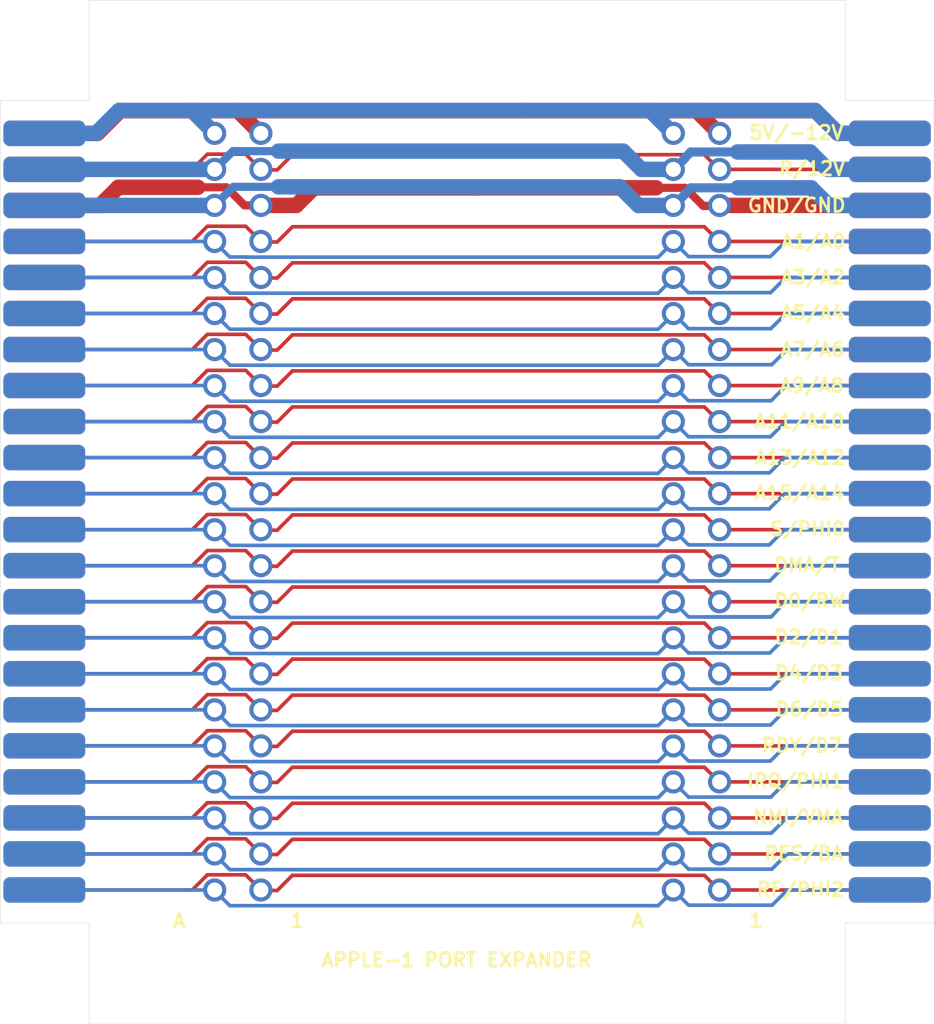
<source format=kicad_pcb>
(kicad_pcb (version 20171130) (host pcbnew "(5.1.5-0)")

  (general
    (thickness 1.6)
    (drawings 44)
    (tracks 478)
    (zones 0)
    (modules 4)
    (nets 45)
  )

  (page A4)
  (layers
    (0 F.Cu signal)
    (31 B.Cu signal)
    (32 B.Adhes user)
    (33 F.Adhes user)
    (34 B.Paste user)
    (35 F.Paste user)
    (36 B.SilkS user)
    (37 F.SilkS user)
    (38 B.Mask user)
    (39 F.Mask user)
    (40 Dwgs.User user)
    (41 Cmts.User user)
    (42 Eco1.User user)
    (43 Eco2.User user hide)
    (44 Edge.Cuts user)
    (45 Margin user)
    (46 B.CrtYd user)
    (47 F.CrtYd user)
    (48 B.Fab user)
    (49 F.Fab user)
  )

  (setup
    (last_trace_width 1.7)
    (user_trace_width 0.4)
    (user_trace_width 0.9)
    (user_trace_width 1.7)
    (trace_clearance 0.2)
    (zone_clearance 0.508)
    (zone_45_only no)
    (trace_min 0.2)
    (via_size 0.8)
    (via_drill 0.4)
    (via_min_size 0.4)
    (via_min_drill 0.3)
    (uvia_size 0.3)
    (uvia_drill 0.1)
    (uvias_allowed no)
    (uvia_min_size 0.2)
    (uvia_min_drill 0.1)
    (edge_width 0.05)
    (segment_width 0.2)
    (pcb_text_width 0.3)
    (pcb_text_size 1.5 1.5)
    (mod_edge_width 0.12)
    (mod_text_size 1 1)
    (mod_text_width 0.15)
    (pad_size 1.524 1.524)
    (pad_drill 0.762)
    (pad_to_mask_clearance 0.051)
    (solder_mask_min_width 0.25)
    (aux_axis_origin 0 0)
    (visible_elements FFFFFF7F)
    (pcbplotparams
      (layerselection 0x010fc_ffffffff)
      (usegerberextensions false)
      (usegerberattributes false)
      (usegerberadvancedattributes false)
      (creategerberjobfile false)
      (excludeedgelayer true)
      (linewidth 0.100000)
      (plotframeref false)
      (viasonmask false)
      (mode 1)
      (useauxorigin false)
      (hpglpennumber 1)
      (hpglpenspeed 20)
      (hpglpendiameter 15.000000)
      (psnegative false)
      (psa4output false)
      (plotreference true)
      (plotvalue true)
      (plotinvisibletext false)
      (padsonsilk false)
      (subtractmaskfromsilk false)
      (outputformat 1)
      (mirror false)
      (drillshape 1)
      (scaleselection 1)
      (outputdirectory ""))
  )

  (net 0 "")
  (net 1 -12V)
  (net 2 12V)
  (net 3 A0)
  (net 4 A2)
  (net 5 A4)
  (net 6 A6)
  (net 7 A8)
  (net 8 A10)
  (net 9 A12)
  (net 10 A14)
  (net 11 PHI0)
  (net 12 R)
  (net 13 RW)
  (net 14 D1)
  (net 15 D3)
  (net 16 D5)
  (net 17 D7)
  (net 18 PHI1)
  (net 19 VMA)
  (net 20 BA)
  (net 21 PHI2)
  (net 22 RF)
  (net 23 RES)
  (net 24 NMI)
  (net 25 IRQ)
  (net 26 RDY)
  (net 27 D6)
  (net 28 D4)
  (net 29 D2)
  (net 30 D0)
  (net 31 DMA)
  (net 32 S)
  (net 33 A15)
  (net 34 A13)
  (net 35 A11)
  (net 36 A9)
  (net 37 A7)
  (net 38 A5)
  (net 39 A3)
  (net 40 A1)
  (net 41 T)
  (net 42 5V)
  (net 43 GND1)
  (net 44 GND2)

  (net_class Default "This is the default net class."
    (clearance 0.2)
    (trace_width 0.25)
    (via_dia 0.8)
    (via_drill 0.4)
    (uvia_dia 0.3)
    (uvia_drill 0.1)
    (add_net -12V)
    (add_net 12V)
    (add_net 5V)
    (add_net A0)
    (add_net A1)
    (add_net A10)
    (add_net A11)
    (add_net A12)
    (add_net A13)
    (add_net A14)
    (add_net A15)
    (add_net A2)
    (add_net A3)
    (add_net A4)
    (add_net A5)
    (add_net A6)
    (add_net A7)
    (add_net A8)
    (add_net A9)
    (add_net BA)
    (add_net D0)
    (add_net D1)
    (add_net D2)
    (add_net D3)
    (add_net D4)
    (add_net D5)
    (add_net D6)
    (add_net D7)
    (add_net DMA)
    (add_net GND1)
    (add_net GND2)
    (add_net IRQ)
    (add_net NMI)
    (add_net PHI0)
    (add_net PHI1)
    (add_net PHI2)
    (add_net R)
    (add_net RDY)
    (add_net RES)
    (add_net RF)
    (add_net RW)
    (add_net S)
    (add_net T)
    (add_net VMA)
  )

  (module 44pin:44pin1 (layer F.Cu) (tedit 5EE9F43B) (tstamp 5F073965)
    (at 109.2416 90.806 270)
    (path /5F051B7D)
    (fp_text reference TO_APPLE1 (at 0 -7.92 90) (layer F.SilkS) hide
      (effects (font (size 1 1) (thickness 0.15)))
    )
    (fp_text value 44pin_edge (at 0 -5.38 90) (layer F.Fab) hide
      (effects (font (size 1 1) (thickness 0.15)))
    )
    (pad 22 connect roundrect (at 43.56 0) (size 8.9916 2.794) (layers F.Cu F.Mask) (roundrect_rratio 0.25)
      (net 22 RF))
    (pad 21 connect roundrect (at 39.6 0) (size 8.9916 2.794) (layers F.Cu F.Mask) (roundrect_rratio 0.25)
      (net 23 RES))
    (pad 20 connect roundrect (at 35.64 0) (size 8.9916 2.794) (layers F.Cu F.Mask) (roundrect_rratio 0.25)
      (net 24 NMI))
    (pad 19 connect roundrect (at 31.68 0) (size 8.9916 2.794) (layers F.Cu F.Mask) (roundrect_rratio 0.25)
      (net 25 IRQ))
    (pad 18 connect roundrect (at 27.72 0) (size 8.9916 2.794) (layers F.Cu F.Mask) (roundrect_rratio 0.25)
      (net 26 RDY))
    (pad 17 connect roundrect (at 23.76 0) (size 8.9916 2.794) (layers F.Cu F.Mask) (roundrect_rratio 0.25)
      (net 27 D6))
    (pad 16 connect roundrect (at 19.8 0) (size 8.9916 2.794) (layers F.Cu F.Mask) (roundrect_rratio 0.25)
      (net 28 D4))
    (pad 15 connect roundrect (at 15.84 0) (size 8.9916 2.794) (layers F.Cu F.Mask) (roundrect_rratio 0.25)
      (net 29 D2))
    (pad 14 connect roundrect (at 11.88 0) (size 8.9916 2.794) (layers F.Cu F.Mask) (roundrect_rratio 0.25)
      (net 30 D0))
    (pad 13 connect roundrect (at 7.92 0) (size 8.9916 2.794) (layers F.Cu F.Mask) (roundrect_rratio 0.25)
      (net 31 DMA))
    (pad 12 connect roundrect (at 3.96 0) (size 8.9916 2.794) (layers F.Cu F.Mask) (roundrect_rratio 0.25)
      (net 32 S))
    (pad 11 connect roundrect (at 0 0) (size 8.9916 2.794) (layers F.Cu F.Mask) (roundrect_rratio 0.25)
      (net 33 A15))
    (pad 10 connect roundrect (at -3.96 0) (size 8.9916 2.794) (layers F.Cu F.Mask) (roundrect_rratio 0.25)
      (net 34 A13))
    (pad 9 connect roundrect (at -7.92 0) (size 8.9916 2.794) (layers F.Cu F.Mask) (roundrect_rratio 0.25)
      (net 35 A11))
    (pad 8 connect roundrect (at -11.88 0) (size 8.9916 2.794) (layers F.Cu F.Mask) (roundrect_rratio 0.25)
      (net 36 A9))
    (pad 7 connect roundrect (at -15.84 0) (size 8.9916 2.794) (layers F.Cu F.Mask) (roundrect_rratio 0.25)
      (net 37 A7))
    (pad 6 connect roundrect (at -19.8 0) (size 8.9916 2.794) (layers F.Cu F.Mask) (roundrect_rratio 0.25)
      (net 38 A5))
    (pad 5 connect roundrect (at -23.76 0) (size 8.9916 2.794) (layers F.Cu F.Mask) (roundrect_rratio 0.25)
      (net 39 A3))
    (pad 4 connect roundrect (at -27.72 0) (size 8.9916 2.794) (layers F.Cu F.Mask) (roundrect_rratio 0.25)
      (net 40 A1))
    (pad 3 connect roundrect (at -31.68 0) (size 8.9916 2.794) (layers F.Cu F.Mask) (roundrect_rratio 0.25)
      (net 43 GND1))
    (pad 2 connect roundrect (at -35.64 0) (size 8.9916 2.794) (layers F.Cu F.Mask) (roundrect_rratio 0.25)
      (net 12 R))
    (pad 1 connect roundrect (at -39.6 0) (size 8.9916 2.794) (layers F.Cu F.Mask) (roundrect_rratio 0.25)
      (net 42 5V))
    (pad A connect roundrect (at -39.6 0) (size 8.9916 2.794) (layers B.Cu B.Mask) (roundrect_rratio 0.25)
      (net 1 -12V))
    (pad B connect roundrect (at -35.64 0) (size 8.9916 2.794) (layers B.Cu B.Mask) (roundrect_rratio 0.25)
      (net 2 12V))
    (pad C connect roundrect (at -31.68 0) (size 8.9916 2.794) (layers B.Cu B.Mask) (roundrect_rratio 0.25)
      (net 44 GND2))
    (pad D connect roundrect (at -27.72 0) (size 8.9916 2.794) (layers B.Cu B.Mask) (roundrect_rratio 0.25)
      (net 3 A0))
    (pad E connect roundrect (at -23.76 0) (size 8.9916 2.794) (layers B.Cu B.Mask) (roundrect_rratio 0.25)
      (net 4 A2))
    (pad F connect roundrect (at -19.8 0) (size 8.9916 2.794) (layers B.Cu B.Mask) (roundrect_rratio 0.25)
      (net 5 A4))
    (pad H connect roundrect (at -15.84 0) (size 8.9916 2.794) (layers B.Cu B.Mask) (roundrect_rratio 0.25)
      (net 6 A6))
    (pad J connect roundrect (at -11.88 0) (size 8.9916 2.794) (layers B.Cu B.Mask) (roundrect_rratio 0.25)
      (net 7 A8))
    (pad K connect roundrect (at -7.92 0) (size 8.9916 2.794) (layers B.Cu B.Mask) (roundrect_rratio 0.25)
      (net 8 A10))
    (pad L connect roundrect (at -3.96 0) (size 8.9916 2.794) (layers B.Cu B.Mask) (roundrect_rratio 0.25)
      (net 9 A12))
    (pad M connect roundrect (at 0 0) (size 8.9916 2.794) (layers B.Cu B.Mask) (roundrect_rratio 0.25)
      (net 10 A14))
    (pad N connect roundrect (at 3.96 0) (size 8.9916 2.794) (layers B.Cu B.Mask) (roundrect_rratio 0.25)
      (net 11 PHI0))
    (pad P connect roundrect (at 7.92 0) (size 8.9916 2.794) (layers B.Cu B.Mask) (roundrect_rratio 0.25)
      (net 41 T))
    (pad R connect roundrect (at 11.88 0) (size 8.9916 2.794) (layers B.Cu B.Mask) (roundrect_rratio 0.25)
      (net 13 RW))
    (pad S connect roundrect (at 15.84 0) (size 8.9916 2.794) (layers B.Cu B.Mask) (roundrect_rratio 0.25)
      (net 14 D1))
    (pad T connect roundrect (at 19.8 0) (size 8.9916 2.794) (layers B.Cu B.Mask) (roundrect_rratio 0.25)
      (net 15 D3))
    (pad U connect roundrect (at 23.76 0) (size 8.9916 2.794) (layers B.Cu B.Mask) (roundrect_rratio 0.25)
      (net 16 D5))
    (pad V connect roundrect (at 27.72 0) (size 8.9916 2.794) (layers B.Cu B.Mask) (roundrect_rratio 0.25)
      (net 17 D7))
    (pad W connect roundrect (at 31.68 0) (size 8.9916 2.794) (layers B.Cu B.Mask) (roundrect_rratio 0.25)
      (net 18 PHI1))
    (pad X connect roundrect (at 35.64 0) (size 8.9916 2.794) (layers B.Cu B.Mask) (roundrect_rratio 0.25)
      (net 19 VMA))
    (pad Y connect roundrect (at 39.6 0) (size 8.9916 2.794) (layers B.Cu B.Mask) (roundrect_rratio 0.25)
      (net 20 BA))
    (pad Z connect roundrect (at 43.56 0) (size 8.9916 2.794) (layers B.Cu B.Mask) (roundrect_rratio 0.25)
      (net 21 PHI2))
  )

  (module 44pin:44pin1 (layer F.Cu) (tedit 5EE9F43B) (tstamp 5F084211)
    (at 202.184 94.766 90)
    (path /5F055446)
    (fp_text reference APPLE1_EDGE1 (at 0 -7.92 90) (layer F.SilkS) hide
      (effects (font (size 1 1) (thickness 0.15)))
    )
    (fp_text value 44pin_edge (at 0 -5.38 90) (layer F.Fab) hide
      (effects (font (size 1 1) (thickness 0.15)))
    )
    (pad 22 connect roundrect (at 43.56 0 180) (size 8.9916 2.794) (layers F.Cu F.Mask) (roundrect_rratio 0.25)
      (net 42 5V))
    (pad 21 connect roundrect (at 39.6 0 180) (size 8.9916 2.794) (layers F.Cu F.Mask) (roundrect_rratio 0.25)
      (net 12 R))
    (pad 20 connect roundrect (at 35.64 0 180) (size 8.9916 2.794) (layers F.Cu F.Mask) (roundrect_rratio 0.25)
      (net 43 GND1))
    (pad 19 connect roundrect (at 31.68 0 180) (size 8.9916 2.794) (layers F.Cu F.Mask) (roundrect_rratio 0.25)
      (net 40 A1))
    (pad 18 connect roundrect (at 27.72 0 180) (size 8.9916 2.794) (layers F.Cu F.Mask) (roundrect_rratio 0.25)
      (net 39 A3))
    (pad 17 connect roundrect (at 23.76 0 180) (size 8.9916 2.794) (layers F.Cu F.Mask) (roundrect_rratio 0.25)
      (net 38 A5))
    (pad 16 connect roundrect (at 19.8 0 180) (size 8.9916 2.794) (layers F.Cu F.Mask) (roundrect_rratio 0.25)
      (net 37 A7))
    (pad 15 connect roundrect (at 15.84 0 180) (size 8.9916 2.794) (layers F.Cu F.Mask) (roundrect_rratio 0.25)
      (net 36 A9))
    (pad 14 connect roundrect (at 11.88 0 180) (size 8.9916 2.794) (layers F.Cu F.Mask) (roundrect_rratio 0.25)
      (net 35 A11))
    (pad 13 connect roundrect (at 7.92 0 180) (size 8.9916 2.794) (layers F.Cu F.Mask) (roundrect_rratio 0.25)
      (net 34 A13))
    (pad 12 connect roundrect (at 3.96 0 180) (size 8.9916 2.794) (layers F.Cu F.Mask) (roundrect_rratio 0.25)
      (net 33 A15))
    (pad 11 connect roundrect (at 0 0 180) (size 8.9916 2.794) (layers F.Cu F.Mask) (roundrect_rratio 0.25)
      (net 32 S))
    (pad 10 connect roundrect (at -3.96 0 180) (size 8.9916 2.794) (layers F.Cu F.Mask) (roundrect_rratio 0.25)
      (net 31 DMA))
    (pad 9 connect roundrect (at -7.92 0 180) (size 8.9916 2.794) (layers F.Cu F.Mask) (roundrect_rratio 0.25)
      (net 30 D0))
    (pad 8 connect roundrect (at -11.88 0 180) (size 8.9916 2.794) (layers F.Cu F.Mask) (roundrect_rratio 0.25)
      (net 29 D2))
    (pad 7 connect roundrect (at -15.84 0 180) (size 8.9916 2.794) (layers F.Cu F.Mask) (roundrect_rratio 0.25)
      (net 28 D4))
    (pad 6 connect roundrect (at -19.8 0 180) (size 8.9916 2.794) (layers F.Cu F.Mask) (roundrect_rratio 0.25)
      (net 27 D6))
    (pad 5 connect roundrect (at -23.76 0 180) (size 8.9916 2.794) (layers F.Cu F.Mask) (roundrect_rratio 0.25)
      (net 26 RDY))
    (pad 4 connect roundrect (at -27.72 0 180) (size 8.9916 2.794) (layers F.Cu F.Mask) (roundrect_rratio 0.25)
      (net 25 IRQ))
    (pad 3 connect roundrect (at -31.68 0 180) (size 8.9916 2.794) (layers F.Cu F.Mask) (roundrect_rratio 0.25)
      (net 24 NMI))
    (pad 2 connect roundrect (at -35.64 0 180) (size 8.9916 2.794) (layers F.Cu F.Mask) (roundrect_rratio 0.25)
      (net 23 RES))
    (pad 1 connect roundrect (at -39.6 0 180) (size 8.9916 2.794) (layers F.Cu F.Mask) (roundrect_rratio 0.25)
      (net 22 RF))
    (pad A connect roundrect (at -39.6 0 180) (size 8.9916 2.794) (layers B.Cu B.Mask) (roundrect_rratio 0.25)
      (net 21 PHI2))
    (pad B connect roundrect (at -35.64 0 180) (size 8.9916 2.794) (layers B.Cu B.Mask) (roundrect_rratio 0.25)
      (net 20 BA))
    (pad C connect roundrect (at -31.68 0 180) (size 8.9916 2.794) (layers B.Cu B.Mask) (roundrect_rratio 0.25)
      (net 19 VMA))
    (pad D connect roundrect (at -27.72 0 180) (size 8.9916 2.794) (layers B.Cu B.Mask) (roundrect_rratio 0.25)
      (net 18 PHI1))
    (pad E connect roundrect (at -23.76 0 180) (size 8.9916 2.794) (layers B.Cu B.Mask) (roundrect_rratio 0.25)
      (net 17 D7))
    (pad F connect roundrect (at -19.8 0 180) (size 8.9916 2.794) (layers B.Cu B.Mask) (roundrect_rratio 0.25)
      (net 16 D5))
    (pad H connect roundrect (at -15.84 0 180) (size 8.9916 2.794) (layers B.Cu B.Mask) (roundrect_rratio 0.25)
      (net 15 D3))
    (pad J connect roundrect (at -11.88 0 180) (size 8.9916 2.794) (layers B.Cu B.Mask) (roundrect_rratio 0.25)
      (net 14 D1))
    (pad K connect roundrect (at -7.92 0 180) (size 8.9916 2.794) (layers B.Cu B.Mask) (roundrect_rratio 0.25)
      (net 13 RW))
    (pad L connect roundrect (at -3.96 0 180) (size 8.9916 2.794) (layers B.Cu B.Mask) (roundrect_rratio 0.25)
      (net 41 T))
    (pad M connect roundrect (at 0 0 180) (size 8.9916 2.794) (layers B.Cu B.Mask) (roundrect_rratio 0.25)
      (net 11 PHI0))
    (pad N connect roundrect (at 3.96 0 180) (size 8.9916 2.794) (layers B.Cu B.Mask) (roundrect_rratio 0.25)
      (net 10 A14))
    (pad P connect roundrect (at 7.92 0 180) (size 8.9916 2.794) (layers B.Cu B.Mask) (roundrect_rratio 0.25)
      (net 9 A12))
    (pad R connect roundrect (at 11.88 0 180) (size 8.9916 2.794) (layers B.Cu B.Mask) (roundrect_rratio 0.25)
      (net 8 A10))
    (pad S connect roundrect (at 15.84 0 180) (size 8.9916 2.794) (layers B.Cu B.Mask) (roundrect_rratio 0.25)
      (net 7 A8))
    (pad T connect roundrect (at 19.8 0 180) (size 8.9916 2.794) (layers B.Cu B.Mask) (roundrect_rratio 0.25)
      (net 6 A6))
    (pad U connect roundrect (at 23.76 0 180) (size 8.9916 2.794) (layers B.Cu B.Mask) (roundrect_rratio 0.25)
      (net 5 A4))
    (pad V connect roundrect (at 27.72 0 180) (size 8.9916 2.794) (layers B.Cu B.Mask) (roundrect_rratio 0.25)
      (net 4 A2))
    (pad W connect roundrect (at 31.68 0 180) (size 8.9916 2.794) (layers B.Cu B.Mask) (roundrect_rratio 0.25)
      (net 3 A0))
    (pad X connect roundrect (at 35.64 0 180) (size 8.9916 2.794) (layers B.Cu B.Mask) (roundrect_rratio 0.25)
      (net 44 GND2))
    (pad Y connect roundrect (at 39.6 0 180) (size 8.9916 2.794) (layers B.Cu B.Mask) (roundrect_rratio 0.25)
      (net 2 12V))
    (pad Z connect roundrect (at 43.56 0 180) (size 8.9916 2.794) (layers B.Cu B.Mask) (roundrect_rratio 0.25)
      (net 1 -12V))
  )

  (module 44pin:44pin_socket (layer F.Cu) (tedit 5F07705C) (tstamp 5F07F418)
    (at 183.465 102.686 90)
    (path /5F0DF739)
    (fp_text reference PORT2 (at 0 3.96 90) (layer F.SilkS) hide
      (effects (font (size 1 1) (thickness 0.15)))
    )
    (fp_text value 44pin_tht (at 0 7.92 90) (layer F.Fab) hide
      (effects (font (size 1 1) (thickness 0.15)))
    )
    (pad "" np_thru_hole circle (at 61 -2.54 90) (size 3.25 3.25) (drill 3.25) (layers *.Cu *.Mask))
    (pad "" np_thru_hole circle (at -41.2 -2.54 90) (size 3.25 3.25) (drill 3.25) (layers *.Cu *.Mask))
    (pad Z thru_hole circle (at 51.48 -5.08 90) (size 2.54 2.54) (drill 1.65) (layers *.Cu *.Mask)
      (net 1 -12V))
    (pad Y thru_hole circle (at 47.52 -5.08 90) (size 2.54 2.54) (drill 1.65) (layers *.Cu *.Mask)
      (net 2 12V))
    (pad X thru_hole circle (at 43.56 -5.08 90) (size 2.54 2.54) (drill 1.65) (layers *.Cu *.Mask)
      (net 44 GND2))
    (pad W thru_hole circle (at 39.6 -5.08 90) (size 2.54 2.54) (drill 1.65) (layers *.Cu *.Mask)
      (net 3 A0))
    (pad V thru_hole circle (at 35.64 -5.08 90) (size 2.54 2.54) (drill 1.65) (layers *.Cu *.Mask)
      (net 4 A2))
    (pad U thru_hole circle (at 31.68 -5.08 90) (size 2.54 2.54) (drill 1.65) (layers *.Cu *.Mask)
      (net 5 A4))
    (pad T thru_hole circle (at 27.72 -5.08 90) (size 2.54 2.54) (drill 1.65) (layers *.Cu *.Mask)
      (net 6 A6))
    (pad S thru_hole circle (at 23.76 -5.08 90) (size 2.54 2.54) (drill 1.65) (layers *.Cu *.Mask)
      (net 7 A8))
    (pad R thru_hole circle (at 19.8 -5.08 90) (size 2.54 2.54) (drill 1.65) (layers *.Cu *.Mask)
      (net 8 A10))
    (pad P thru_hole circle (at 15.84 -5.08 90) (size 2.54 2.54) (drill 1.65) (layers *.Cu *.Mask)
      (net 9 A12))
    (pad N thru_hole circle (at 11.88 -5.08 90) (size 2.54 2.54) (drill 1.65) (layers *.Cu *.Mask)
      (net 10 A14))
    (pad M thru_hole circle (at 7.92 -5.08 90) (size 2.54 2.54) (drill 1.65) (layers *.Cu *.Mask)
      (net 11 PHI0))
    (pad L thru_hole circle (at 3.96 -5.08 90) (size 2.54 2.54) (drill 1.65) (layers *.Cu *.Mask)
      (net 41 T))
    (pad K thru_hole circle (at 0 -5.08 90) (size 2.54 2.54) (drill 1.65) (layers *.Cu *.Mask)
      (net 13 RW))
    (pad J thru_hole circle (at -3.96 -5.08 90) (size 2.54 2.54) (drill 1.65) (layers *.Cu *.Mask)
      (net 14 D1))
    (pad H thru_hole circle (at -7.92 -5.08 90) (size 2.54 2.54) (drill 1.65) (layers *.Cu *.Mask)
      (net 15 D3))
    (pad F thru_hole circle (at -11.88 -5.08 90) (size 2.54 2.54) (drill 1.65) (layers *.Cu *.Mask)
      (net 16 D5))
    (pad E thru_hole circle (at -15.84 -5.08 90) (size 2.54 2.54) (drill 1.65) (layers *.Cu *.Mask)
      (net 17 D7))
    (pad D thru_hole circle (at -19.8 -5.08 90) (size 2.54 2.54) (drill 1.65) (layers *.Cu *.Mask)
      (net 18 PHI1))
    (pad C thru_hole circle (at -23.76 -5.08 90) (size 2.54 2.54) (drill 1.65) (layers *.Cu *.Mask)
      (net 19 VMA))
    (pad B thru_hole circle (at -27.72 -5.08 90) (size 2.54 2.54) (drill 1.65) (layers *.Cu *.Mask)
      (net 20 BA))
    (pad A thru_hole circle (at -31.68 -5.08 90) (size 2.54 2.54) (drill 1.65) (layers *.Cu *.Mask)
      (net 21 PHI2))
    (pad 22 thru_hole circle (at 51.48 0 90) (size 2.54 2.54) (drill 1.65) (layers *.Cu *.Mask)
      (net 42 5V))
    (pad 21 thru_hole circle (at 47.52 0 90) (size 2.54 2.54) (drill 1.65) (layers *.Cu *.Mask)
      (net 12 R))
    (pad 20 thru_hole circle (at 43.56 0 90) (size 2.54 2.54) (drill 1.65) (layers *.Cu *.Mask)
      (net 43 GND1))
    (pad 19 thru_hole circle (at 39.6 0 90) (size 2.54 2.54) (drill 1.65) (layers *.Cu *.Mask)
      (net 40 A1))
    (pad 18 thru_hole circle (at 35.64 0 90) (size 2.54 2.54) (drill 1.65) (layers *.Cu *.Mask)
      (net 39 A3))
    (pad 17 thru_hole circle (at 31.68 0 90) (size 2.54 2.54) (drill 1.65) (layers *.Cu *.Mask)
      (net 38 A5))
    (pad 16 thru_hole circle (at 27.72 0 90) (size 2.54 2.54) (drill 1.65) (layers *.Cu *.Mask)
      (net 37 A7))
    (pad 15 thru_hole circle (at 23.76 0 90) (size 2.54 2.54) (drill 1.65) (layers *.Cu *.Mask)
      (net 36 A9))
    (pad 14 thru_hole circle (at 19.8 0 90) (size 2.54 2.54) (drill 1.65) (layers *.Cu *.Mask)
      (net 35 A11))
    (pad 13 thru_hole circle (at 15.84 0 90) (size 2.54 2.54) (drill 1.65) (layers *.Cu *.Mask)
      (net 34 A13))
    (pad 12 thru_hole circle (at 11.88 0 90) (size 2.54 2.54) (drill 1.65) (layers *.Cu *.Mask)
      (net 33 A15))
    (pad 11 thru_hole circle (at 7.92 0 90) (size 2.54 2.54) (drill 1.65) (layers *.Cu *.Mask)
      (net 32 S))
    (pad 10 thru_hole circle (at 3.96 0 90) (size 2.54 2.54) (drill 1.65) (layers *.Cu *.Mask)
      (net 31 DMA))
    (pad 9 thru_hole circle (at 0 0 90) (size 2.54 2.54) (drill 1.65) (layers *.Cu *.Mask)
      (net 30 D0))
    (pad 8 thru_hole circle (at -3.96 0 90) (size 2.54 2.54) (drill 1.65) (layers *.Cu *.Mask)
      (net 29 D2))
    (pad 7 thru_hole circle (at -7.92 0 90) (size 2.54 2.54) (drill 1.65) (layers *.Cu *.Mask)
      (net 28 D4))
    (pad 6 thru_hole circle (at -11.88 0 90) (size 2.54 2.54) (drill 1.65) (layers *.Cu *.Mask)
      (net 27 D6))
    (pad 5 thru_hole circle (at -15.84 0 90) (size 2.54 2.54) (drill 1.65) (layers *.Cu *.Mask)
      (net 26 RDY))
    (pad 4 thru_hole circle (at -19.8 0 90) (size 2.54 2.54) (drill 1.65) (layers *.Cu *.Mask)
      (net 25 IRQ))
    (pad 3 thru_hole circle (at -23.76 0 90) (size 2.54 2.54) (drill 1.65) (layers *.Cu *.Mask)
      (net 24 NMI))
    (pad 2 thru_hole circle (at -27.72 0 90) (size 2.54 2.54) (drill 1.65) (layers *.Cu *.Mask)
      (net 23 RES))
    (pad 1 thru_hole circle (at -31.68 0 90) (size 2.54 2.54) (drill 1.65) (layers *.Cu *.Mask)
      (net 22 RF))
  )

  (module 44pin:44pin_socket (layer F.Cu) (tedit 5F07705C) (tstamp 5F073905)
    (at 133.0452 102.686 90)
    (path /5F05CA04)
    (fp_text reference PORT1 (at 0 3.96 90) (layer F.SilkS) hide
      (effects (font (size 1 1) (thickness 0.15)))
    )
    (fp_text value 44pin_tht (at 0 7.92 90) (layer F.Fab) hide
      (effects (font (size 1 1) (thickness 0.15)))
    )
    (pad "" np_thru_hole circle (at 61 -2.54 90) (size 3.25 3.25) (drill 3.25) (layers *.Cu *.Mask))
    (pad "" np_thru_hole circle (at -41.2 -2.54 90) (size 3.25 3.25) (drill 3.25) (layers *.Cu *.Mask))
    (pad Z thru_hole circle (at 51.48 -5.08 90) (size 2.54 2.54) (drill 1.65) (layers *.Cu *.Mask)
      (net 1 -12V))
    (pad Y thru_hole circle (at 47.52 -5.08 90) (size 2.54 2.54) (drill 1.65) (layers *.Cu *.Mask)
      (net 2 12V))
    (pad X thru_hole circle (at 43.56 -5.08 90) (size 2.54 2.54) (drill 1.65) (layers *.Cu *.Mask)
      (net 44 GND2))
    (pad W thru_hole circle (at 39.6 -5.08 90) (size 2.54 2.54) (drill 1.65) (layers *.Cu *.Mask)
      (net 3 A0))
    (pad V thru_hole circle (at 35.64 -5.08 90) (size 2.54 2.54) (drill 1.65) (layers *.Cu *.Mask)
      (net 4 A2))
    (pad U thru_hole circle (at 31.68 -5.08 90) (size 2.54 2.54) (drill 1.65) (layers *.Cu *.Mask)
      (net 5 A4))
    (pad T thru_hole circle (at 27.72 -5.08 90) (size 2.54 2.54) (drill 1.65) (layers *.Cu *.Mask)
      (net 6 A6))
    (pad S thru_hole circle (at 23.76 -5.08 90) (size 2.54 2.54) (drill 1.65) (layers *.Cu *.Mask)
      (net 7 A8))
    (pad R thru_hole circle (at 19.8 -5.08 90) (size 2.54 2.54) (drill 1.65) (layers *.Cu *.Mask)
      (net 8 A10))
    (pad P thru_hole circle (at 15.84 -5.08 90) (size 2.54 2.54) (drill 1.65) (layers *.Cu *.Mask)
      (net 9 A12))
    (pad N thru_hole circle (at 11.88 -5.08 90) (size 2.54 2.54) (drill 1.65) (layers *.Cu *.Mask)
      (net 10 A14))
    (pad M thru_hole circle (at 7.92 -5.08 90) (size 2.54 2.54) (drill 1.65) (layers *.Cu *.Mask)
      (net 11 PHI0))
    (pad L thru_hole circle (at 3.96 -5.08 90) (size 2.54 2.54) (drill 1.65) (layers *.Cu *.Mask)
      (net 41 T))
    (pad K thru_hole circle (at 0 -5.08 90) (size 2.54 2.54) (drill 1.65) (layers *.Cu *.Mask)
      (net 13 RW))
    (pad J thru_hole circle (at -3.96 -5.08 90) (size 2.54 2.54) (drill 1.65) (layers *.Cu *.Mask)
      (net 14 D1))
    (pad H thru_hole circle (at -7.92 -5.08 90) (size 2.54 2.54) (drill 1.65) (layers *.Cu *.Mask)
      (net 15 D3))
    (pad F thru_hole circle (at -11.88 -5.08 90) (size 2.54 2.54) (drill 1.65) (layers *.Cu *.Mask)
      (net 16 D5))
    (pad E thru_hole circle (at -15.84 -5.08 90) (size 2.54 2.54) (drill 1.65) (layers *.Cu *.Mask)
      (net 17 D7))
    (pad D thru_hole circle (at -19.8 -5.08 90) (size 2.54 2.54) (drill 1.65) (layers *.Cu *.Mask)
      (net 18 PHI1))
    (pad C thru_hole circle (at -23.76 -5.08 90) (size 2.54 2.54) (drill 1.65) (layers *.Cu *.Mask)
      (net 19 VMA))
    (pad B thru_hole circle (at -27.72 -5.08 90) (size 2.54 2.54) (drill 1.65) (layers *.Cu *.Mask)
      (net 20 BA))
    (pad A thru_hole circle (at -31.68 -5.08 90) (size 2.54 2.54) (drill 1.65) (layers *.Cu *.Mask)
      (net 21 PHI2))
    (pad 22 thru_hole circle (at 51.48 0 90) (size 2.54 2.54) (drill 1.65) (layers *.Cu *.Mask)
      (net 42 5V))
    (pad 21 thru_hole circle (at 47.52 0 90) (size 2.54 2.54) (drill 1.65) (layers *.Cu *.Mask)
      (net 12 R))
    (pad 20 thru_hole circle (at 43.56 0 90) (size 2.54 2.54) (drill 1.65) (layers *.Cu *.Mask)
      (net 43 GND1))
    (pad 19 thru_hole circle (at 39.6 0 90) (size 2.54 2.54) (drill 1.65) (layers *.Cu *.Mask)
      (net 40 A1))
    (pad 18 thru_hole circle (at 35.64 0 90) (size 2.54 2.54) (drill 1.65) (layers *.Cu *.Mask)
      (net 39 A3))
    (pad 17 thru_hole circle (at 31.68 0 90) (size 2.54 2.54) (drill 1.65) (layers *.Cu *.Mask)
      (net 38 A5))
    (pad 16 thru_hole circle (at 27.72 0 90) (size 2.54 2.54) (drill 1.65) (layers *.Cu *.Mask)
      (net 37 A7))
    (pad 15 thru_hole circle (at 23.76 0 90) (size 2.54 2.54) (drill 1.65) (layers *.Cu *.Mask)
      (net 36 A9))
    (pad 14 thru_hole circle (at 19.8 0 90) (size 2.54 2.54) (drill 1.65) (layers *.Cu *.Mask)
      (net 35 A11))
    (pad 13 thru_hole circle (at 15.84 0 90) (size 2.54 2.54) (drill 1.65) (layers *.Cu *.Mask)
      (net 34 A13))
    (pad 12 thru_hole circle (at 11.88 0 90) (size 2.54 2.54) (drill 1.65) (layers *.Cu *.Mask)
      (net 33 A15))
    (pad 11 thru_hole circle (at 7.92 0 90) (size 2.54 2.54) (drill 1.65) (layers *.Cu *.Mask)
      (net 32 S))
    (pad 10 thru_hole circle (at 3.96 0 90) (size 2.54 2.54) (drill 1.65) (layers *.Cu *.Mask)
      (net 31 DMA))
    (pad 9 thru_hole circle (at 0 0 90) (size 2.54 2.54) (drill 1.65) (layers *.Cu *.Mask)
      (net 30 D0))
    (pad 8 thru_hole circle (at -3.96 0 90) (size 2.54 2.54) (drill 1.65) (layers *.Cu *.Mask)
      (net 29 D2))
    (pad 7 thru_hole circle (at -7.92 0 90) (size 2.54 2.54) (drill 1.65) (layers *.Cu *.Mask)
      (net 28 D4))
    (pad 6 thru_hole circle (at -11.88 0 90) (size 2.54 2.54) (drill 1.65) (layers *.Cu *.Mask)
      (net 27 D6))
    (pad 5 thru_hole circle (at -15.84 0 90) (size 2.54 2.54) (drill 1.65) (layers *.Cu *.Mask)
      (net 26 RDY))
    (pad 4 thru_hole circle (at -19.8 0 90) (size 2.54 2.54) (drill 1.65) (layers *.Cu *.Mask)
      (net 25 IRQ))
    (pad 3 thru_hole circle (at -23.76 0 90) (size 2.54 2.54) (drill 1.65) (layers *.Cu *.Mask)
      (net 24 NMI))
    (pad 2 thru_hole circle (at -27.72 0 90) (size 2.54 2.54) (drill 1.65) (layers *.Cu *.Mask)
      (net 23 RES))
    (pad 1 thru_hole circle (at -31.68 0 90) (size 2.54 2.54) (drill 1.65) (layers *.Cu *.Mask)
      (net 22 RF))
  )

  (gr_text "APPLE-1 PORT EXPANDER" (at 154.559 142.0622) (layer F.SilkS)
    (effects (font (size 1.5 1.5) (thickness 0.3)))
  )
  (gr_line (start 197.2818 36.576) (end 114.173 36.576) (layer Edge.Cuts) (width 0.05))
  (gr_line (start 197.2818 47.5996) (end 197.2818 36.576) (layer Edge.Cuts) (width 0.05))
  (gr_line (start 114.173 47.5996) (end 114.173 36.576) (layer Edge.Cuts) (width 0.05))
  (gr_line (start 197.2818 149.0726) (end 114.173 149.0726) (layer Edge.Cuts) (width 0.05) (tstamp 5F088881))
  (gr_line (start 197.2818 149.0218) (end 197.2818 149.0726) (layer Edge.Cuts) (width 0.05))
  (gr_line (start 197.2818 137.9728) (end 197.2818 149.0218) (layer Edge.Cuts) (width 0.05))
  (gr_line (start 114.173 137.9728) (end 114.173 149.0726) (layer Edge.Cuts) (width 0.05))
  (gr_line (start 207.0354 137.9728) (end 197.2818 137.9728) (layer Edge.Cuts) (width 0.05))
  (gr_line (start 207.0354 47.5996) (end 197.2818 47.5996) (layer Edge.Cuts) (width 0.05))
  (gr_line (start 207.0354 135.9662) (end 207.0354 137.9728) (layer Edge.Cuts) (width 0.05))
  (gr_line (start 207.0354 49.6062) (end 207.0354 47.5996) (layer Edge.Cuts) (width 0.05))
  (gr_line (start 207.0354 49.6062) (end 207.0354 135.9662) (layer Edge.Cuts) (width 0.05))
  (gr_line (start 104.394 137.9728) (end 114.173 137.9728) (layer Edge.Cuts) (width 0.05))
  (gr_line (start 104.394 47.5996) (end 114.173 47.5996) (layer Edge.Cuts) (width 0.05))
  (gr_line (start 104.394 49.6062) (end 104.394 47.5996) (layer Edge.Cuts) (width 0.05))
  (gr_line (start 104.394 135.9662) (end 104.394 137.9728) (layer Edge.Cuts) (width 0.05))
  (gr_line (start 104.394 49.6062) (end 104.394 135.9662) (layer Edge.Cuts) (width 0.05))
  (gr_text 5V/-12V (at 191.9224 51.1302) (layer F.SilkS) (tstamp 5F07F5BF)
    (effects (font (size 1.5 1.5) (thickness 0.3)))
  )
  (gr_text R/12V (at 193.6242 55.0926) (layer F.SilkS) (tstamp 5F07F5B6)
    (effects (font (size 1.5 1.5) (thickness 0.3)))
  )
  (gr_text GND/GND (at 191.9478 59.1058) (layer F.SilkS) (tstamp 5F07F781)
    (effects (font (size 1.5 1.5) (thickness 0.3)))
  )
  (gr_text A1/A0 (at 193.7766 63.0682) (layer F.SilkS) (tstamp 5F07F5E0)
    (effects (font (size 1.5 1.5) (thickness 0.3)))
  )
  (gr_text A3/A2 (at 193.7258 67.0306) (layer F.SilkS) (tstamp 5F07F81A)
    (effects (font (size 1.5 1.5) (thickness 0.3)))
  )
  (gr_text A5/A4 (at 193.7258 70.9422) (layer F.SilkS) (tstamp 5F07F5E3)
    (effects (font (size 1.5 1.5) (thickness 0.3)))
  )
  (gr_text A7/A6 (at 193.675 74.9554) (layer F.SilkS) (tstamp 5F07F6C4)
    (effects (font (size 1.5 1.5) (thickness 0.3)))
  )
  (gr_text A9/A8 (at 193.5988 78.9178) (layer F.SilkS) (tstamp 5F07F81D)
    (effects (font (size 1.5 1.5) (thickness 0.3)))
  )
  (gr_text A11/A10 (at 192.2272 82.8548) (layer F.SilkS) (tstamp 5F07F6BE)
    (effects (font (size 1.5 1.5) (thickness 0.3)))
  )
  (gr_text A13/A12 (at 192.3034 86.8426) (layer F.SilkS) (tstamp 5F07F814)
    (effects (font (size 1.5 1.5) (thickness 0.3)))
  )
  (gr_text "A15/A14\n" (at 192.2526 90.7288) (layer F.SilkS) (tstamp 5F07F6BB)
    (effects (font (size 1.5 1.5) (thickness 0.3)))
  )
  (gr_text S/PHI0 (at 193.1424 94.6912) (layer F.SilkS) (tstamp 5F07F5BC)
    (effects (font (size 1.5 1.5) (thickness 0.3)))
  )
  (gr_text DMA/T (at 193.0908 98.6536) (layer F.SilkS) (tstamp 5F0A0A33)
    (effects (font (size 1.5 1.5) (thickness 0.3)))
  )
  (gr_text D0/RW (at 193.3702 102.5906) (layer F.SilkS) (tstamp 5F07F6C1)
    (effects (font (size 1.5 1.5) (thickness 0.3)))
  )
  (gr_text D2/D1 (at 193.2432 106.5784) (layer F.SilkS) (tstamp 5F07F77E)
    (effects (font (size 1.5 1.5) (thickness 0.3)))
  )
  (gr_text D4/D3 (at 193.294 110.5154) (layer F.SilkS) (tstamp 5F07F784)
    (effects (font (size 1.5 1.5) (thickness 0.3)))
  )
  (gr_text "D6/D5\n" (at 193.3448 114.5032) (layer F.SilkS) (tstamp 5F07F5B3)
    (effects (font (size 1.5 1.5) (thickness 0.3)))
  )
  (gr_text RDY/D7 (at 192.532 118.4656) (layer F.SilkS) (tstamp 5F07F5E9)
    (effects (font (size 1.5 1.5) (thickness 0.3)))
  )
  (gr_text IRQ/PHI1 (at 191.7954 122.4026) (layer F.SilkS) (tstamp 5F07F6C7)
    (effects (font (size 1.5 1.5) (thickness 0.3)))
  )
  (gr_text "NMI/VMA\n" (at 192.1002 126.365) (layer F.SilkS) (tstamp 5F07F787)
    (effects (font (size 1.5 1.5) (thickness 0.3)))
  )
  (gr_text RES/BA (at 192.7098 130.3528) (layer F.SilkS) (tstamp 5F07F5B9)
    (effects (font (size 1.5 1.5) (thickness 0.3)))
  )
  (gr_text RF/PHI2 (at 192.3542 134.3152) (layer F.SilkS) (tstamp 5F07F5E6)
    (effects (font (size 1.5 1.5) (thickness 0.3)))
  )
  (gr_text 1 (at 187.465 137.743) (layer F.SilkS) (tstamp 5F07F820)
    (effects (font (size 1.5 1.5) (thickness 0.3)))
  )
  (gr_text 1 (at 137.0452 137.743) (layer F.SilkS)
    (effects (font (size 1.5 1.5) (thickness 0.3)))
  )
  (gr_text A (at 174.465 137.743) (layer F.SilkS) (tstamp 5F07F811)
    (effects (font (size 1.5 1.5) (thickness 0.3)))
  )
  (gr_text A (at 124.0452 137.743) (layer F.SilkS)
    (effects (font (size 1.5 1.5) (thickness 0.3)))
  )

  (segment (start 175.8138 48.6918) (end 178.385 51.263) (width 1.7) (layer B.Cu) (net 1) (tstamp 5F07F829))
  (segment (start 196.494 51.206) (end 202.184 51.206) (width 1.7) (layer B.Cu) (net 1))
  (segment (start 193.9798 48.6918) (end 196.494 51.206) (width 1.7) (layer B.Cu) (net 1))
  (segment (start 175.8138 48.6918) (end 193.9798 48.6918) (width 1.7) (layer B.Cu) (net 1))
  (segment (start 114.9354 51.206) (end 109.2416 51.206) (width 1.7) (layer B.Cu) (net 1))
  (segment (start 117.4496 48.6918) (end 114.9354 51.206) (width 1.7) (layer B.Cu) (net 1))
  (segment (start 125.3998 48.6918) (end 125.451 48.6918) (width 1.7) (layer B.Cu) (net 1))
  (segment (start 175.8138 48.6918) (end 125.3998 48.6918) (width 1.7) (layer B.Cu) (net 1))
  (segment (start 125.451 48.6918) (end 127.9652 51.206) (width 1.7) (layer B.Cu) (net 1))
  (segment (start 125.3998 48.6918) (end 117.4496 48.6918) (width 1.7) (layer B.Cu) (net 1))
  (segment (start 179.654999 53.953001) (end 179.654999 53.898801) (width 1) (layer B.Cu) (net 2) (tstamp 5F07F7A5))
  (segment (start 178.385 55.223) (end 179.654999 53.953001) (width 1) (layer B.Cu) (net 2) (tstamp 5F07F7A2))
  (segment (start 180.300801 53.252999) (end 185.435399 53.252999) (width 1) (layer B.Cu) (net 2) (tstamp 5F07F52C))
  (segment (start 179.654999 53.898801) (end 180.300801 53.252999) (width 1) (layer B.Cu) (net 2) (tstamp 5F07F529))
  (segment (start 109.2416 55.166) (end 127.9652 55.166) (width 1.7) (layer B.Cu) (net 2))
  (segment (start 185.435399 53.252999) (end 193.435599 53.252999) (width 1.7) (layer B.Cu) (net 2))
  (segment (start 195.3486 55.166) (end 202.184 55.166) (width 1.7) (layer B.Cu) (net 2))
  (segment (start 193.435599 53.252999) (end 195.3486 55.166) (width 1.7) (layer B.Cu) (net 2))
  (segment (start 129.235199 53.896001) (end 129.237999 53.896001) (width 0.9) (layer B.Cu) (net 2))
  (segment (start 127.9652 55.166) (end 129.235199 53.896001) (width 0.9) (layer B.Cu) (net 2))
  (segment (start 129.237999 53.896001) (end 129.9718 53.1622) (width 0.9) (layer B.Cu) (net 2))
  (segment (start 129.9718 53.1622) (end 134.9756 53.1622) (width 0.9) (layer B.Cu) (net 2))
  (segment (start 134.9756 53.1622) (end 172.8724 53.1622) (width 1.7) (layer B.Cu) (net 2))
  (segment (start 174.8762 55.166) (end 178.385 55.166) (width 1.7) (layer B.Cu) (net 2))
  (segment (start 172.8724 53.1622) (end 174.8762 55.166) (width 1.7) (layer B.Cu) (net 2))
  (segment (start 179.654999 57.913001) (end 179.654999 57.835801) (width 1) (layer B.Cu) (net 44) (tstamp 5F07F727))
  (segment (start 178.385 59.183) (end 179.654999 57.913001) (width 1) (layer B.Cu) (net 44) (tstamp 5F07F775))
  (segment (start 179.654999 57.835801) (end 180.297799 57.193001) (width 1) (layer B.Cu) (net 44) (tstamp 5F07F5F2))
  (segment (start 180.297799 57.193001) (end 185.453999 57.193001) (width 1) (layer B.Cu) (net 44) (tstamp 5F07F60A))
  (segment (start 181.668949 59.183) (end 179.67895 57.193001) (width 0.9) (layer F.Cu) (net 43) (tstamp 5F07F55C))
  (segment (start 183.465 59.183) (end 181.668949 59.183) (width 0.9) (layer F.Cu) (net 43) (tstamp 5F07F526))
  (segment (start 179.67895 57.193001) (end 176.487799 57.193001) (width 0.9) (layer F.Cu) (net 43) (tstamp 5F07F7FF))
  (segment (start 185.453999 57.193001) (end 193.540201 57.193001) (width 1.7) (layer B.Cu) (net 44))
  (segment (start 195.4732 59.126) (end 202.184 59.126) (width 1.7) (layer B.Cu) (net 44))
  (segment (start 193.540201 57.193001) (end 195.4732 59.126) (width 1.7) (layer B.Cu) (net 44))
  (segment (start 183.465 59.126) (end 202.184 59.126) (width 1.7) (layer F.Cu) (net 43))
  (segment (start 109.2416 59.126) (end 127.9652 59.126) (width 1.7) (layer B.Cu) (net 44))
  (segment (start 131.249149 59.126) (end 129.25915 57.136001) (width 0.9) (layer F.Cu) (net 43))
  (segment (start 133.0452 59.126) (end 131.249149 59.126) (width 0.9) (layer F.Cu) (net 43))
  (segment (start 129.25915 57.136001) (end 126.124999 57.136001) (width 0.9) (layer F.Cu) (net 43))
  (segment (start 109.2416 63.086) (end 127.9652 63.086) (width 0.4) (layer B.Cu) (net 3))
  (segment (start 127.9652 63.143) (end 129.6176 64.7954) (width 0.4) (layer B.Cu) (net 3))
  (segment (start 129.6176 64.7954) (end 131.413651 64.7954) (width 0.4) (layer B.Cu) (net 3))
  (segment (start 176.714999 64.813001) (end 178.385 63.143) (width 0.4) (layer B.Cu) (net 3))
  (segment (start 131.431252 64.813001) (end 176.714999 64.813001) (width 0.4) (layer B.Cu) (net 3))
  (segment (start 131.413651 64.7954) (end 131.431252 64.813001) (width 0.4) (layer B.Cu) (net 3))
  (segment (start 190.7108 63.086) (end 202.184 63.086) (width 0.4) (layer B.Cu) (net 3))
  (segment (start 189.040799 64.756001) (end 190.7108 63.086) (width 0.4) (layer B.Cu) (net 3))
  (segment (start 180.055001 64.756001) (end 189.040799 64.756001) (width 0.4) (layer B.Cu) (net 3))
  (segment (start 178.385 63.086) (end 180.055001 64.756001) (width 0.4) (layer B.Cu) (net 3))
  (segment (start 109.2416 67.046) (end 127.9652 67.046) (width 0.4) (layer B.Cu) (net 4))
  (segment (start 176.714999 68.773001) (end 178.385 67.103) (width 0.4) (layer B.Cu) (net 4))
  (segment (start 129.235199 68.372999) (end 129.235199 68.376799) (width 0.4) (layer B.Cu) (net 4))
  (segment (start 129.631401 68.773001) (end 176.714999 68.773001) (width 0.4) (layer B.Cu) (net 4))
  (segment (start 129.235199 68.376799) (end 129.631401 68.773001) (width 0.4) (layer B.Cu) (net 4))
  (segment (start 127.9652 67.103) (end 129.235199 68.372999) (width 0.4) (layer B.Cu) (net 4))
  (segment (start 180.055001 68.716001) (end 189.068599 68.716001) (width 0.4) (layer B.Cu) (net 4))
  (segment (start 178.385 67.046) (end 180.055001 68.716001) (width 0.4) (layer B.Cu) (net 4))
  (segment (start 190.7386 67.046) (end 202.184 67.046) (width 0.4) (layer B.Cu) (net 4))
  (segment (start 189.068599 68.716001) (end 190.7386 67.046) (width 0.4) (layer B.Cu) (net 4))
  (segment (start 109.2416 71.006) (end 127.9652 71.006) (width 0.4) (layer B.Cu) (net 5))
  (segment (start 127.9652 71.063) (end 129.235199 72.332999) (width 0.4) (layer B.Cu) (net 5))
  (segment (start 129.629001 72.733001) (end 176.714999 72.733001) (width 0.4) (layer B.Cu) (net 5))
  (segment (start 129.235199 72.339199) (end 129.629001 72.733001) (width 0.4) (layer B.Cu) (net 5))
  (segment (start 129.235199 72.332999) (end 129.235199 72.339199) (width 0.4) (layer B.Cu) (net 5))
  (segment (start 176.714999 72.733001) (end 178.385 71.063) (width 0.4) (layer B.Cu) (net 5))
  (segment (start 180.055001 72.676001) (end 189.096399 72.676001) (width 0.4) (layer B.Cu) (net 5))
  (segment (start 178.385 71.006) (end 180.055001 72.676001) (width 0.4) (layer B.Cu) (net 5))
  (segment (start 190.7664 71.006) (end 202.184 71.006) (width 0.4) (layer B.Cu) (net 5))
  (segment (start 189.096399 72.676001) (end 190.7664 71.006) (width 0.4) (layer B.Cu) (net 5))
  (segment (start 109.2416 74.966) (end 127.9652 74.966) (width 0.4) (layer B.Cu) (net 6))
  (segment (start 129.251999 76.292999) (end 129.652001 76.693001) (width 0.4) (layer B.Cu) (net 6))
  (segment (start 176.714999 76.693001) (end 178.385 75.023) (width 0.4) (layer B.Cu) (net 6))
  (segment (start 129.652001 76.693001) (end 176.714999 76.693001) (width 0.4) (layer B.Cu) (net 6))
  (segment (start 129.235199 76.292999) (end 129.251999 76.292999) (width 0.4) (layer B.Cu) (net 6))
  (segment (start 127.9652 75.023) (end 129.235199 76.292999) (width 0.4) (layer B.Cu) (net 6))
  (segment (start 127.2902 75.698) (end 127.9652 75.023) (width 0.4) (layer B.Cu) (net 6))
  (segment (start 180.055001 76.636001) (end 189.200399 76.636001) (width 0.4) (layer B.Cu) (net 6))
  (segment (start 178.385 74.966) (end 180.055001 76.636001) (width 0.4) (layer B.Cu) (net 6))
  (segment (start 190.8704 74.966) (end 202.184 74.966) (width 0.4) (layer B.Cu) (net 6))
  (segment (start 189.200399 76.636001) (end 190.8704 74.966) (width 0.4) (layer B.Cu) (net 6))
  (segment (start 127.4402 79.508) (end 127.9652 78.983) (width 0.4) (layer B.Cu) (net 7))
  (segment (start 176.714999 80.653001) (end 177.115001 80.252999) (width 0.4) (layer B.Cu) (net 7))
  (segment (start 129.635201 80.653001) (end 176.714999 80.653001) (width 0.4) (layer B.Cu) (net 7))
  (segment (start 177.115001 80.252999) (end 178.385 78.983) (width 0.4) (layer B.Cu) (net 7))
  (segment (start 127.9652 78.983) (end 129.635201 80.653001) (width 0.4) (layer B.Cu) (net 7))
  (segment (start 109.2416 78.926) (end 127.9652 78.926) (width 0.4) (layer B.Cu) (net 7))
  (segment (start 180.055001 80.596001) (end 189.126599 80.596001) (width 0.4) (layer B.Cu) (net 7))
  (segment (start 178.385 78.926) (end 180.055001 80.596001) (width 0.4) (layer B.Cu) (net 7))
  (segment (start 190.7966 78.926) (end 202.184 78.926) (width 0.4) (layer B.Cu) (net 7))
  (segment (start 189.126599 80.596001) (end 190.7966 78.926) (width 0.4) (layer B.Cu) (net 7))
  (segment (start 127.5902 83.318) (end 127.9652 82.943) (width 0.4) (layer B.Cu) (net 8))
  (segment (start 177.115001 84.212999) (end 178.385 82.943) (width 0.4) (layer B.Cu) (net 8))
  (segment (start 176.714999 84.613001) (end 177.115001 84.212999) (width 0.4) (layer B.Cu) (net 8))
  (segment (start 129.635201 84.613001) (end 176.714999 84.613001) (width 0.4) (layer B.Cu) (net 8))
  (segment (start 127.9652 82.943) (end 129.635201 84.613001) (width 0.4) (layer B.Cu) (net 8))
  (segment (start 109.2416 82.886) (end 127.9652 82.886) (width 0.4) (layer B.Cu) (net 8))
  (segment (start 180.055001 84.556001) (end 189.052799 84.556001) (width 0.4) (layer B.Cu) (net 8))
  (segment (start 178.385 82.886) (end 180.055001 84.556001) (width 0.4) (layer B.Cu) (net 8))
  (segment (start 190.7228 82.886) (end 202.184 82.886) (width 0.4) (layer B.Cu) (net 8))
  (segment (start 189.052799 84.556001) (end 190.7228 82.886) (width 0.4) (layer B.Cu) (net 8))
  (segment (start 127.7402 87.128) (end 127.9652 86.903) (width 0.4) (layer B.Cu) (net 9))
  (segment (start 177.115001 88.172999) (end 178.385 86.903) (width 0.4) (layer B.Cu) (net 9))
  (segment (start 129.635201 88.573001) (end 176.714999 88.573001) (width 0.4) (layer B.Cu) (net 9))
  (segment (start 176.714999 88.573001) (end 177.115001 88.172999) (width 0.4) (layer B.Cu) (net 9))
  (segment (start 127.9652 86.903) (end 129.635201 88.573001) (width 0.4) (layer B.Cu) (net 9))
  (segment (start 109.2416 86.846) (end 127.9652 86.846) (width 0.4) (layer B.Cu) (net 9))
  (segment (start 190.6236 86.846) (end 202.184 86.846) (width 0.4) (layer B.Cu) (net 9))
  (segment (start 188.953599 88.516001) (end 190.6236 86.846) (width 0.4) (layer B.Cu) (net 9))
  (segment (start 180.055001 88.516001) (end 188.953599 88.516001) (width 0.4) (layer B.Cu) (net 9))
  (segment (start 178.385 86.846) (end 180.055001 88.516001) (width 0.4) (layer B.Cu) (net 9))
  (segment (start 127.8902 90.938) (end 127.9652 90.863) (width 0.4) (layer B.Cu) (net 10))
  (segment (start 177.115001 92.132999) (end 178.385 90.863) (width 0.4) (layer B.Cu) (net 10))
  (segment (start 176.714999 92.533001) (end 177.115001 92.132999) (width 0.4) (layer B.Cu) (net 10))
  (segment (start 129.635201 92.533001) (end 176.714999 92.533001) (width 0.4) (layer B.Cu) (net 10))
  (segment (start 127.9652 90.863) (end 129.635201 92.533001) (width 0.4) (layer B.Cu) (net 10))
  (segment (start 109.2416 90.806) (end 127.9652 90.806) (width 0.4) (layer B.Cu) (net 10))
  (segment (start 180.055001 92.476001) (end 188.930599 92.476001) (width 0.4) (layer B.Cu) (net 10))
  (segment (start 178.385 90.806) (end 180.055001 92.476001) (width 0.4) (layer B.Cu) (net 10))
  (segment (start 190.6006 90.806) (end 202.184 90.806) (width 0.4) (layer B.Cu) (net 10))
  (segment (start 188.930599 92.476001) (end 190.6006 90.806) (width 0.4) (layer B.Cu) (net 10))
  (segment (start 127.8902 94.748) (end 127.9652 94.823) (width 0.4) (layer B.Cu) (net 11))
  (segment (start 177.115001 96.092999) (end 178.385 94.823) (width 0.4) (layer B.Cu) (net 11))
  (segment (start 176.714999 96.493001) (end 177.115001 96.092999) (width 0.4) (layer B.Cu) (net 11))
  (segment (start 129.635201 96.493001) (end 176.714999 96.493001) (width 0.4) (layer B.Cu) (net 11))
  (segment (start 127.9652 94.823) (end 129.635201 96.493001) (width 0.4) (layer B.Cu) (net 11))
  (segment (start 109.2416 94.766) (end 127.9652 94.766) (width 0.4) (layer B.Cu) (net 11))
  (segment (start 180.055001 96.436001) (end 188.932999 96.436001) (width 0.4) (layer B.Cu) (net 11))
  (segment (start 178.385 94.766) (end 180.055001 96.436001) (width 0.4) (layer B.Cu) (net 11))
  (segment (start 190.603 94.766) (end 202.184 94.766) (width 0.4) (layer B.Cu) (net 11))
  (segment (start 188.932999 96.436001) (end 190.603 94.766) (width 0.4) (layer B.Cu) (net 11))
  (segment (start 127.7402 98.558) (end 127.9652 98.783) (width 0.4) (layer B.Cu) (net 41))
  (segment (start 176.714999 100.453001) (end 177.115001 100.052999) (width 0.4) (layer B.Cu) (net 41))
  (segment (start 177.115001 100.052999) (end 178.385 98.783) (width 0.4) (layer B.Cu) (net 41))
  (segment (start 129.635201 100.453001) (end 176.714999 100.453001) (width 0.4) (layer B.Cu) (net 41))
  (segment (start 127.9652 98.783) (end 129.635201 100.453001) (width 0.4) (layer B.Cu) (net 41))
  (segment (start 109.2416 98.726) (end 127.9652 98.726) (width 0.4) (layer B.Cu) (net 41))
  (segment (start 180.055001 100.396001) (end 188.986199 100.396001) (width 0.4) (layer B.Cu) (net 41))
  (segment (start 178.385 98.726) (end 180.055001 100.396001) (width 0.4) (layer B.Cu) (net 41))
  (segment (start 190.6562 98.726) (end 202.184 98.726) (width 0.4) (layer B.Cu) (net 41))
  (segment (start 188.986199 100.396001) (end 190.6562 98.726) (width 0.4) (layer B.Cu) (net 41))
  (segment (start 127.5902 102.368) (end 127.9652 102.743) (width 0.4) (layer B.Cu) (net 13))
  (segment (start 177.115001 104.012999) (end 178.385 102.743) (width 0.4) (layer B.Cu) (net 13))
  (segment (start 129.260599 104.012999) (end 129.660601 104.413001) (width 0.4) (layer B.Cu) (net 13))
  (segment (start 176.714999 104.413001) (end 177.115001 104.012999) (width 0.4) (layer B.Cu) (net 13))
  (segment (start 129.235199 104.012999) (end 129.260599 104.012999) (width 0.4) (layer B.Cu) (net 13))
  (segment (start 129.660601 104.413001) (end 176.714999 104.413001) (width 0.4) (layer B.Cu) (net 13))
  (segment (start 127.9652 102.743) (end 129.235199 104.012999) (width 0.4) (layer B.Cu) (net 13))
  (segment (start 109.2416 102.686) (end 127.9652 102.686) (width 0.4) (layer B.Cu) (net 13))
  (segment (start 181.851052 104.356001) (end 188.988599 104.356001) (width 0.4) (layer B.Cu) (net 13))
  (segment (start 190.6586 102.686) (end 202.184 102.686) (width 0.4) (layer B.Cu) (net 13))
  (segment (start 189.140999 104.356001) (end 189.1792 104.3178) (width 0.4) (layer B.Cu) (net 13))
  (segment (start 178.385 102.686) (end 180.055001 104.356001) (width 0.4) (layer B.Cu) (net 13))
  (segment (start 180.055001 104.356001) (end 189.140999 104.356001) (width 0.4) (layer B.Cu) (net 13))
  (segment (start 189.1792 104.3178) (end 190.6586 102.686) (width 0.4) (layer B.Cu) (net 13))
  (segment (start 188.988599 104.356001) (end 189.1792 104.3178) (width 0.4) (layer B.Cu) (net 13))
  (segment (start 127.4402 106.178) (end 127.9652 106.703) (width 0.4) (layer B.Cu) (net 14))
  (segment (start 177.115001 107.972999) (end 178.385 106.703) (width 0.4) (layer B.Cu) (net 14))
  (segment (start 176.714999 108.373001) (end 177.115001 107.972999) (width 0.4) (layer B.Cu) (net 14))
  (segment (start 129.635201 108.373001) (end 176.714999 108.373001) (width 0.4) (layer B.Cu) (net 14))
  (segment (start 127.9652 106.703) (end 129.635201 108.373001) (width 0.4) (layer B.Cu) (net 14))
  (segment (start 109.2416 106.646) (end 127.9652 106.646) (width 0.4) (layer B.Cu) (net 14))
  (segment (start 180.055001 108.316001) (end 188.990999 108.316001) (width 0.4) (layer B.Cu) (net 14))
  (segment (start 178.385 106.646) (end 180.055001 108.316001) (width 0.4) (layer B.Cu) (net 14))
  (segment (start 190.661 106.646) (end 202.184 106.646) (width 0.4) (layer B.Cu) (net 14))
  (segment (start 188.990999 108.316001) (end 190.661 106.646) (width 0.4) (layer B.Cu) (net 14))
  (segment (start 127.2902 109.988) (end 127.9652 110.663) (width 0.4) (layer B.Cu) (net 15))
  (segment (start 177.115001 111.932999) (end 178.385 110.663) (width 0.4) (layer B.Cu) (net 15))
  (segment (start 176.714999 112.333001) (end 177.115001 111.932999) (width 0.4) (layer B.Cu) (net 15))
  (segment (start 129.635201 112.333001) (end 176.714999 112.333001) (width 0.4) (layer B.Cu) (net 15))
  (segment (start 127.9652 110.663) (end 129.635201 112.333001) (width 0.4) (layer B.Cu) (net 15))
  (segment (start 109.2416 110.606) (end 127.9652 110.606) (width 0.4) (layer B.Cu) (net 15))
  (segment (start 180.055001 112.276001) (end 189.069599 112.276001) (width 0.4) (layer B.Cu) (net 15))
  (segment (start 178.385 110.606) (end 180.055001 112.276001) (width 0.4) (layer B.Cu) (net 15))
  (segment (start 190.7396 110.606) (end 202.184 110.606) (width 0.4) (layer B.Cu) (net 15))
  (segment (start 189.069599 112.276001) (end 190.7396 110.606) (width 0.4) (layer B.Cu) (net 15))
  (segment (start 127.1402 113.798) (end 127.9652 114.623) (width 0.4) (layer B.Cu) (net 16))
  (segment (start 176.714999 116.293001) (end 177.115001 115.892999) (width 0.4) (layer B.Cu) (net 16))
  (segment (start 177.115001 115.892999) (end 178.385 114.623) (width 0.4) (layer B.Cu) (net 16))
  (segment (start 129.635201 116.293001) (end 176.714999 116.293001) (width 0.4) (layer B.Cu) (net 16))
  (segment (start 127.9652 114.623) (end 129.635201 116.293001) (width 0.4) (layer B.Cu) (net 16))
  (segment (start 109.2416 114.566) (end 127.9652 114.566) (width 0.4) (layer B.Cu) (net 16))
  (segment (start 180.055001 116.236001) (end 189.071999 116.236001) (width 0.4) (layer B.Cu) (net 16))
  (segment (start 178.385 114.566) (end 180.055001 116.236001) (width 0.4) (layer B.Cu) (net 16))
  (segment (start 190.742 114.566) (end 202.184 114.566) (width 0.4) (layer B.Cu) (net 16))
  (segment (start 189.071999 116.236001) (end 190.742 114.566) (width 0.4) (layer B.Cu) (net 16))
  (segment (start 176.714999 120.253001) (end 177.115001 119.852999) (width 0.4) (layer B.Cu) (net 17))
  (segment (start 177.115001 119.852999) (end 178.385 118.583) (width 0.4) (layer B.Cu) (net 17))
  (segment (start 129.635201 120.253001) (end 176.714999 120.253001) (width 0.4) (layer B.Cu) (net 17))
  (segment (start 127.9652 118.583) (end 129.635201 120.253001) (width 0.4) (layer B.Cu) (net 17))
  (segment (start 109.2416 118.526) (end 127.9652 118.526) (width 0.4) (layer B.Cu) (net 17))
  (segment (start 180.055001 120.196001) (end 189.048999 120.196001) (width 0.4) (layer B.Cu) (net 17))
  (segment (start 178.385 118.526) (end 180.055001 120.196001) (width 0.4) (layer B.Cu) (net 17))
  (segment (start 190.719 118.526) (end 202.184 118.526) (width 0.4) (layer B.Cu) (net 17))
  (segment (start 189.048999 120.196001) (end 190.719 118.526) (width 0.4) (layer B.Cu) (net 17))
  (segment (start 176.714999 124.213001) (end 177.115001 123.812999) (width 0.4) (layer B.Cu) (net 18))
  (segment (start 177.115001 123.812999) (end 178.385 122.543) (width 0.4) (layer B.Cu) (net 18))
  (segment (start 129.635201 124.213001) (end 176.714999 124.213001) (width 0.4) (layer B.Cu) (net 18))
  (segment (start 127.9652 122.543) (end 129.635201 124.213001) (width 0.4) (layer B.Cu) (net 18))
  (segment (start 109.2416 122.486) (end 127.9652 122.486) (width 0.4) (layer B.Cu) (net 18))
  (segment (start 180.055001 124.156001) (end 189.102199 124.156001) (width 0.4) (layer B.Cu) (net 18))
  (segment (start 178.385 122.486) (end 180.055001 124.156001) (width 0.4) (layer B.Cu) (net 18))
  (segment (start 190.7722 122.486) (end 202.184 122.486) (width 0.4) (layer B.Cu) (net 18))
  (segment (start 189.102199 124.156001) (end 190.7722 122.486) (width 0.4) (layer B.Cu) (net 18))
  (segment (start 177.115001 127.772999) (end 178.385 126.503) (width 0.4) (layer B.Cu) (net 19))
  (segment (start 176.714999 128.173001) (end 177.115001 127.772999) (width 0.4) (layer B.Cu) (net 19))
  (segment (start 129.635201 128.173001) (end 176.714999 128.173001) (width 0.4) (layer B.Cu) (net 19))
  (segment (start 127.9652 126.503) (end 129.635201 128.173001) (width 0.4) (layer B.Cu) (net 19))
  (segment (start 109.2416 126.446) (end 127.9652 126.446) (width 0.4) (layer B.Cu) (net 19))
  (segment (start 180.055001 128.116001) (end 189.155399 128.116001) (width 0.4) (layer B.Cu) (net 19))
  (segment (start 178.385 126.446) (end 180.055001 128.116001) (width 0.4) (layer B.Cu) (net 19))
  (segment (start 190.8254 126.446) (end 202.184 126.446) (width 0.4) (layer B.Cu) (net 19))
  (segment (start 189.155399 128.116001) (end 190.8254 126.446) (width 0.4) (layer B.Cu) (net 19))
  (segment (start 177.115001 131.732999) (end 178.385 130.463) (width 0.4) (layer B.Cu) (net 20))
  (segment (start 176.714999 132.133001) (end 177.115001 131.732999) (width 0.4) (layer B.Cu) (net 20))
  (segment (start 129.635201 132.133001) (end 176.714999 132.133001) (width 0.4) (layer B.Cu) (net 20))
  (segment (start 127.9652 130.463) (end 129.635201 132.133001) (width 0.4) (layer B.Cu) (net 20))
  (segment (start 109.2416 130.406) (end 127.9652 130.406) (width 0.4) (layer B.Cu) (net 20))
  (segment (start 180.055001 132.076001) (end 189.208599 132.076001) (width 0.4) (layer B.Cu) (net 20))
  (segment (start 178.385 130.406) (end 180.055001 132.076001) (width 0.4) (layer B.Cu) (net 20))
  (segment (start 190.8786 130.406) (end 202.184 130.406) (width 0.4) (layer B.Cu) (net 20))
  (segment (start 189.208599 132.076001) (end 190.8786 130.406) (width 0.4) (layer B.Cu) (net 20))
  (segment (start 177.115001 135.692999) (end 178.385 134.423) (width 0.4) (layer B.Cu) (net 21))
  (segment (start 176.714999 136.093001) (end 177.115001 135.692999) (width 0.4) (layer B.Cu) (net 21))
  (segment (start 129.635201 136.093001) (end 176.714999 136.093001) (width 0.4) (layer B.Cu) (net 21))
  (segment (start 127.9652 134.423) (end 129.635201 136.093001) (width 0.4) (layer B.Cu) (net 21))
  (segment (start 109.2416 134.366) (end 127.9652 134.366) (width 0.4) (layer B.Cu) (net 21))
  (segment (start 180.055001 136.036001) (end 189.236399 136.036001) (width 0.4) (layer B.Cu) (net 21))
  (segment (start 178.385 134.366) (end 180.055001 136.036001) (width 0.4) (layer B.Cu) (net 21))
  (segment (start 190.9064 134.366) (end 202.184 134.366) (width 0.4) (layer B.Cu) (net 21))
  (segment (start 189.236399 136.036001) (end 190.9064 134.366) (width 0.4) (layer B.Cu) (net 21))
  (segment (start 182.195001 133.153001) (end 183.465 134.423) (width 0.4) (layer F.Cu) (net 22))
  (segment (start 136.511252 132.752999) (end 181.794999 132.752999) (width 0.4) (layer F.Cu) (net 22))
  (segment (start 181.794999 132.752999) (end 182.195001 133.153001) (width 0.4) (layer F.Cu) (net 22))
  (segment (start 134.841251 134.423) (end 136.511252 132.752999) (width 0.4) (layer F.Cu) (net 22))
  (segment (start 133.0452 134.423) (end 134.841251 134.423) (width 0.4) (layer F.Cu) (net 22))
  (segment (start 109.2416 134.366) (end 125.493598 134.366) (width 0.4) (layer F.Cu) (net 22))
  (segment (start 131.375199 132.695999) (end 131.775201 133.096001) (width 0.4) (layer F.Cu) (net 22))
  (segment (start 127.163599 132.695999) (end 131.375199 132.695999) (width 0.4) (layer F.Cu) (net 22))
  (segment (start 131.775201 133.096001) (end 133.0452 134.366) (width 0.4) (layer F.Cu) (net 22))
  (segment (start 125.493598 134.366) (end 127.163599 132.695999) (width 0.4) (layer F.Cu) (net 22))
  (segment (start 183.465 134.366) (end 202.184 134.366) (width 0.4) (layer F.Cu) (net 22))
  (segment (start 182.195001 129.193001) (end 183.465 130.463) (width 0.4) (layer F.Cu) (net 23))
  (segment (start 181.794999 128.792999) (end 182.195001 129.193001) (width 0.4) (layer F.Cu) (net 23))
  (segment (start 136.511252 128.792999) (end 181.794999 128.792999) (width 0.4) (layer F.Cu) (net 23))
  (segment (start 134.841251 130.463) (end 136.511252 128.792999) (width 0.4) (layer F.Cu) (net 23))
  (segment (start 133.0452 130.463) (end 134.841251 130.463) (width 0.4) (layer F.Cu) (net 23))
  (segment (start 109.2416 130.406) (end 125.493598 130.406) (width 0.4) (layer F.Cu) (net 23))
  (segment (start 131.775201 129.136001) (end 133.0452 130.406) (width 0.4) (layer F.Cu) (net 23))
  (segment (start 131.375199 128.735999) (end 131.775201 129.136001) (width 0.4) (layer F.Cu) (net 23))
  (segment (start 127.163599 128.735999) (end 131.375199 128.735999) (width 0.4) (layer F.Cu) (net 23))
  (segment (start 125.493598 130.406) (end 127.163599 128.735999) (width 0.4) (layer F.Cu) (net 23))
  (segment (start 183.465 130.406) (end 202.184 130.406) (width 0.4) (layer F.Cu) (net 23))
  (segment (start 181.794999 124.832999) (end 182.195001 125.233001) (width 0.4) (layer F.Cu) (net 24))
  (segment (start 182.195001 125.233001) (end 183.465 126.503) (width 0.4) (layer F.Cu) (net 24))
  (segment (start 136.511252 124.832999) (end 181.794999 124.832999) (width 0.4) (layer F.Cu) (net 24))
  (segment (start 134.841251 126.503) (end 136.511252 124.832999) (width 0.4) (layer F.Cu) (net 24))
  (segment (start 133.0452 126.503) (end 134.841251 126.503) (width 0.4) (layer F.Cu) (net 24))
  (segment (start 109.2416 126.446) (end 125.493598 126.446) (width 0.4) (layer F.Cu) (net 24))
  (segment (start 131.775201 125.176001) (end 133.0452 126.446) (width 0.4) (layer F.Cu) (net 24))
  (segment (start 131.375199 124.775999) (end 131.775201 125.176001) (width 0.4) (layer F.Cu) (net 24))
  (segment (start 127.163599 124.775999) (end 131.375199 124.775999) (width 0.4) (layer F.Cu) (net 24))
  (segment (start 125.493598 126.446) (end 127.163599 124.775999) (width 0.4) (layer F.Cu) (net 24))
  (segment (start 183.465 126.446) (end 202.184 126.446) (width 0.4) (layer F.Cu) (net 24))
  (segment (start 181.794999 120.872999) (end 182.195001 121.273001) (width 0.4) (layer F.Cu) (net 25))
  (segment (start 182.195001 121.273001) (end 183.465 122.543) (width 0.4) (layer F.Cu) (net 25))
  (segment (start 136.511252 120.872999) (end 181.794999 120.872999) (width 0.4) (layer F.Cu) (net 25))
  (segment (start 134.841251 122.543) (end 136.511252 120.872999) (width 0.4) (layer F.Cu) (net 25))
  (segment (start 133.0452 122.543) (end 134.841251 122.543) (width 0.4) (layer F.Cu) (net 25))
  (segment (start 109.2416 122.486) (end 125.493598 122.486) (width 0.4) (layer F.Cu) (net 25))
  (segment (start 131.775201 121.216001) (end 133.0452 122.486) (width 0.4) (layer F.Cu) (net 25))
  (segment (start 127.163599 120.815999) (end 131.375199 120.815999) (width 0.4) (layer F.Cu) (net 25))
  (segment (start 131.375199 120.815999) (end 131.775201 121.216001) (width 0.4) (layer F.Cu) (net 25))
  (segment (start 125.493598 122.486) (end 127.163599 120.815999) (width 0.4) (layer F.Cu) (net 25))
  (segment (start 183.465 122.486) (end 202.184 122.486) (width 0.4) (layer F.Cu) (net 25))
  (segment (start 181.794999 116.912999) (end 182.195001 117.313001) (width 0.4) (layer F.Cu) (net 26))
  (segment (start 136.511252 116.912999) (end 181.794999 116.912999) (width 0.4) (layer F.Cu) (net 26))
  (segment (start 134.841251 118.583) (end 136.511252 116.912999) (width 0.4) (layer F.Cu) (net 26))
  (segment (start 182.195001 117.313001) (end 183.465 118.583) (width 0.4) (layer F.Cu) (net 26))
  (segment (start 133.0452 118.583) (end 134.841251 118.583) (width 0.4) (layer F.Cu) (net 26))
  (segment (start 109.2416 118.526) (end 125.493598 118.526) (width 0.4) (layer F.Cu) (net 26))
  (segment (start 131.375199 116.855999) (end 131.775201 117.256001) (width 0.4) (layer F.Cu) (net 26))
  (segment (start 127.163599 116.855999) (end 131.375199 116.855999) (width 0.4) (layer F.Cu) (net 26))
  (segment (start 131.775201 117.256001) (end 133.0452 118.526) (width 0.4) (layer F.Cu) (net 26))
  (segment (start 125.493598 118.526) (end 127.163599 116.855999) (width 0.4) (layer F.Cu) (net 26))
  (segment (start 183.465 118.526) (end 202.184 118.526) (width 0.4) (layer F.Cu) (net 26))
  (segment (start 181.794999 112.952999) (end 182.195001 113.353001) (width 0.4) (layer F.Cu) (net 27))
  (segment (start 136.511252 112.952999) (end 181.794999 112.952999) (width 0.4) (layer F.Cu) (net 27))
  (segment (start 134.841251 114.623) (end 136.511252 112.952999) (width 0.4) (layer F.Cu) (net 27))
  (segment (start 182.195001 113.353001) (end 183.465 114.623) (width 0.4) (layer F.Cu) (net 27))
  (segment (start 133.0452 114.623) (end 134.841251 114.623) (width 0.4) (layer F.Cu) (net 27))
  (segment (start 109.2416 114.566) (end 125.493598 114.566) (width 0.4) (layer F.Cu) (net 27))
  (segment (start 131.375199 112.895999) (end 131.775201 113.296001) (width 0.4) (layer F.Cu) (net 27))
  (segment (start 131.775201 113.296001) (end 133.0452 114.566) (width 0.4) (layer F.Cu) (net 27))
  (segment (start 127.163599 112.895999) (end 131.375199 112.895999) (width 0.4) (layer F.Cu) (net 27))
  (segment (start 125.493598 114.566) (end 127.163599 112.895999) (width 0.4) (layer F.Cu) (net 27))
  (segment (start 183.465 114.566) (end 202.184 114.566) (width 0.4) (layer F.Cu) (net 27))
  (segment (start 182.195001 109.393001) (end 183.465 110.663) (width 0.4) (layer F.Cu) (net 28))
  (segment (start 181.794999 108.992999) (end 182.195001 109.393001) (width 0.4) (layer F.Cu) (net 28))
  (segment (start 136.511252 108.992999) (end 181.794999 108.992999) (width 0.4) (layer F.Cu) (net 28))
  (segment (start 134.841251 110.663) (end 136.511252 108.992999) (width 0.4) (layer F.Cu) (net 28))
  (segment (start 133.0452 110.663) (end 134.841251 110.663) (width 0.4) (layer F.Cu) (net 28))
  (segment (start 109.2416 110.606) (end 125.493598 110.606) (width 0.4) (layer F.Cu) (net 28))
  (segment (start 131.775201 109.336001) (end 133.0452 110.606) (width 0.4) (layer F.Cu) (net 28))
  (segment (start 127.163599 108.935999) (end 131.375199 108.935999) (width 0.4) (layer F.Cu) (net 28))
  (segment (start 131.375199 108.935999) (end 131.775201 109.336001) (width 0.4) (layer F.Cu) (net 28))
  (segment (start 125.493598 110.606) (end 127.163599 108.935999) (width 0.4) (layer F.Cu) (net 28))
  (segment (start 183.465 110.606) (end 202.184 110.606) (width 0.4) (layer F.Cu) (net 28))
  (segment (start 136.511252 105.032999) (end 160.186601 105.032999) (width 0.4) (layer F.Cu) (net 29))
  (segment (start 134.841251 106.703) (end 136.511252 105.032999) (width 0.4) (layer F.Cu) (net 29))
  (segment (start 133.0452 106.703) (end 134.841251 106.703) (width 0.4) (layer F.Cu) (net 29))
  (segment (start 179.186601 105.032999) (end 179.233402 105.0798) (width 0.4) (layer F.Cu) (net 29) (tstamp 5F07F5C5))
  (segment (start 181.794999 105.032999) (end 183.465 106.703) (width 0.4) (layer F.Cu) (net 29) (tstamp 5F07F652))
  (segment (start 201.7614 106.703) (end 202.2864 106.178) (width 0.4) (layer F.Cu) (net 29) (tstamp 5F07F7CC))
  (segment (start 160.186601 105.032999) (end 179.574001 105.032999) (width 0.4) (layer F.Cu) (net 29))
  (segment (start 179.574001 105.032999) (end 181.794999 105.032999) (width 0.4) (layer F.Cu) (net 29))
  (segment (start 179.186601 105.032999) (end 179.574001 105.032999) (width 0.4) (layer F.Cu) (net 29))
  (segment (start 109.2416 106.646) (end 125.493598 106.646) (width 0.4) (layer F.Cu) (net 29))
  (segment (start 131.775201 105.376001) (end 133.0452 106.646) (width 0.4) (layer F.Cu) (net 29))
  (segment (start 131.375199 104.975999) (end 131.775201 105.376001) (width 0.4) (layer F.Cu) (net 29))
  (segment (start 127.163599 104.975999) (end 131.375199 104.975999) (width 0.4) (layer F.Cu) (net 29))
  (segment (start 125.493598 106.646) (end 127.163599 104.975999) (width 0.4) (layer F.Cu) (net 29))
  (segment (start 183.465 106.646) (end 202.184 106.646) (width 0.4) (layer F.Cu) (net 29))
  (segment (start 201.9114 102.743) (end 202.2864 102.368) (width 0.4) (layer F.Cu) (net 30) (tstamp 5F07F74E))
  (segment (start 181.794999 101.072999) (end 183.465 102.743) (width 0.4) (layer F.Cu) (net 30))
  (segment (start 134.841251 102.743) (end 136.511252 101.072999) (width 0.4) (layer F.Cu) (net 30))
  (segment (start 136.511252 101.072999) (end 181.794999 101.072999) (width 0.4) (layer F.Cu) (net 30))
  (segment (start 133.0452 102.743) (end 134.841251 102.743) (width 0.4) (layer F.Cu) (net 30))
  (segment (start 109.2416 102.686) (end 125.493598 102.686) (width 0.4) (layer F.Cu) (net 30))
  (segment (start 127.163599 101.015999) (end 131.375199 101.015999) (width 0.4) (layer F.Cu) (net 30))
  (segment (start 131.775201 101.416001) (end 133.0452 102.686) (width 0.4) (layer F.Cu) (net 30))
  (segment (start 131.375199 101.015999) (end 131.775201 101.416001) (width 0.4) (layer F.Cu) (net 30))
  (segment (start 125.493598 102.686) (end 127.163599 101.015999) (width 0.4) (layer F.Cu) (net 30))
  (segment (start 183.465 102.686) (end 202.184 102.686) (width 0.4) (layer F.Cu) (net 30))
  (segment (start 202.0614 98.783) (end 202.2864 98.558) (width 0.4) (layer F.Cu) (net 31) (tstamp 5F07F628))
  (segment (start 181.794999 97.112999) (end 183.465 98.783) (width 0.4) (layer F.Cu) (net 31))
  (segment (start 136.511252 97.112999) (end 181.794999 97.112999) (width 0.4) (layer F.Cu) (net 31))
  (segment (start 134.841251 98.783) (end 136.511252 97.112999) (width 0.4) (layer F.Cu) (net 31))
  (segment (start 133.0452 98.783) (end 134.841251 98.783) (width 0.4) (layer F.Cu) (net 31))
  (segment (start 109.2416 98.726) (end 125.493598 98.726) (width 0.4) (layer F.Cu) (net 31))
  (segment (start 131.375199 97.055999) (end 131.775201 97.456001) (width 0.4) (layer F.Cu) (net 31))
  (segment (start 127.163599 97.055999) (end 131.375199 97.055999) (width 0.4) (layer F.Cu) (net 31))
  (segment (start 131.775201 97.456001) (end 133.0452 98.726) (width 0.4) (layer F.Cu) (net 31))
  (segment (start 125.493598 98.726) (end 127.163599 97.055999) (width 0.4) (layer F.Cu) (net 31))
  (segment (start 183.465 98.726) (end 202.184 98.726) (width 0.4) (layer F.Cu) (net 31))
  (segment (start 202.2114 94.823) (end 202.2864 94.748) (width 0.4) (layer F.Cu) (net 32) (tstamp 5F07F59E))
  (segment (start 181.7838 93.1418) (end 183.465 94.823) (width 0.4) (layer F.Cu) (net 32))
  (segment (start 136.522451 93.1418) (end 181.7838 93.1418) (width 0.4) (layer F.Cu) (net 32))
  (segment (start 134.841251 94.823) (end 136.522451 93.1418) (width 0.4) (layer F.Cu) (net 32))
  (segment (start 133.0452 94.823) (end 134.841251 94.823) (width 0.4) (layer F.Cu) (net 32))
  (segment (start 109.2416 94.766) (end 125.493598 94.766) (width 0.4) (layer F.Cu) (net 32))
  (segment (start 131.775201 93.496001) (end 133.0452 94.766) (width 0.4) (layer F.Cu) (net 32))
  (segment (start 131.375199 93.095999) (end 131.775201 93.496001) (width 0.4) (layer F.Cu) (net 32))
  (segment (start 127.163599 93.095999) (end 131.375199 93.095999) (width 0.4) (layer F.Cu) (net 32))
  (segment (start 125.493598 94.766) (end 127.163599 93.095999) (width 0.4) (layer F.Cu) (net 32))
  (segment (start 183.465 94.766) (end 202.184 94.766) (width 0.4) (layer F.Cu) (net 32))
  (segment (start 202.2114 90.863) (end 202.2864 90.938) (width 0.4) (layer F.Cu) (net 33) (tstamp 5F07F56E))
  (segment (start 181.794999 89.192999) (end 183.465 90.863) (width 0.4) (layer F.Cu) (net 33))
  (segment (start 136.511252 89.192999) (end 181.794999 89.192999) (width 0.4) (layer F.Cu) (net 33))
  (segment (start 134.841251 90.863) (end 136.511252 89.192999) (width 0.4) (layer F.Cu) (net 33))
  (segment (start 133.0452 90.863) (end 134.841251 90.863) (width 0.4) (layer F.Cu) (net 33))
  (segment (start 109.2416 90.806) (end 125.493598 90.806) (width 0.4) (layer F.Cu) (net 33))
  (segment (start 131.775201 89.536001) (end 133.0452 90.806) (width 0.4) (layer F.Cu) (net 33))
  (segment (start 127.163599 89.135999) (end 131.375199 89.135999) (width 0.4) (layer F.Cu) (net 33))
  (segment (start 131.375199 89.135999) (end 131.775201 89.536001) (width 0.4) (layer F.Cu) (net 33))
  (segment (start 125.493598 90.806) (end 127.163599 89.135999) (width 0.4) (layer F.Cu) (net 33))
  (segment (start 183.465 90.806) (end 202.184 90.806) (width 0.4) (layer F.Cu) (net 33))
  (segment (start 181.794999 85.232999) (end 183.465 86.903) (width 0.4) (layer F.Cu) (net 34))
  (segment (start 136.511252 85.232999) (end 181.794999 85.232999) (width 0.4) (layer F.Cu) (net 34))
  (segment (start 134.841251 86.903) (end 136.511252 85.232999) (width 0.4) (layer F.Cu) (net 34))
  (segment (start 133.0452 86.903) (end 134.841251 86.903) (width 0.4) (layer F.Cu) (net 34))
  (segment (start 109.2416 86.846) (end 125.493598 86.846) (width 0.4) (layer F.Cu) (net 34))
  (segment (start 131.375199 85.175999) (end 131.775201 85.576001) (width 0.4) (layer F.Cu) (net 34))
  (segment (start 127.163599 85.175999) (end 131.375199 85.175999) (width 0.4) (layer F.Cu) (net 34))
  (segment (start 131.775201 85.576001) (end 133.0452 86.846) (width 0.4) (layer F.Cu) (net 34))
  (segment (start 125.493598 86.846) (end 127.163599 85.175999) (width 0.4) (layer F.Cu) (net 34))
  (segment (start 183.465 86.846) (end 202.184 86.846) (width 0.4) (layer F.Cu) (net 34))
  (segment (start 181.794999 81.272999) (end 183.465 82.943) (width 0.4) (layer F.Cu) (net 35))
  (segment (start 136.511252 81.272999) (end 181.794999 81.272999) (width 0.4) (layer F.Cu) (net 35))
  (segment (start 134.841251 82.943) (end 136.511252 81.272999) (width 0.4) (layer F.Cu) (net 35))
  (segment (start 133.0452 82.943) (end 134.841251 82.943) (width 0.4) (layer F.Cu) (net 35))
  (segment (start 109.2416 82.886) (end 125.493598 82.886) (width 0.4) (layer F.Cu) (net 35))
  (segment (start 131.375199 81.215999) (end 131.775201 81.616001) (width 0.4) (layer F.Cu) (net 35))
  (segment (start 131.775201 81.616001) (end 133.0452 82.886) (width 0.4) (layer F.Cu) (net 35))
  (segment (start 127.163599 81.215999) (end 131.375199 81.215999) (width 0.4) (layer F.Cu) (net 35))
  (segment (start 125.493598 82.886) (end 127.163599 81.215999) (width 0.4) (layer F.Cu) (net 35))
  (segment (start 183.465 82.886) (end 202.184 82.886) (width 0.4) (layer F.Cu) (net 35))
  (segment (start 182.195001 77.713001) (end 183.465 78.983) (width 0.4) (layer F.Cu) (net 36))
  (segment (start 181.794999 77.312999) (end 182.195001 77.713001) (width 0.4) (layer F.Cu) (net 36))
  (segment (start 136.511252 77.312999) (end 181.794999 77.312999) (width 0.4) (layer F.Cu) (net 36))
  (segment (start 134.841251 78.983) (end 136.511252 77.312999) (width 0.4) (layer F.Cu) (net 36))
  (segment (start 133.0452 78.983) (end 134.841251 78.983) (width 0.4) (layer F.Cu) (net 36))
  (segment (start 109.2416 78.926) (end 125.493598 78.926) (width 0.4) (layer F.Cu) (net 36))
  (segment (start 131.775201 77.656001) (end 133.0452 78.926) (width 0.4) (layer F.Cu) (net 36))
  (segment (start 131.375199 77.255999) (end 131.775201 77.656001) (width 0.4) (layer F.Cu) (net 36))
  (segment (start 127.163599 77.255999) (end 131.375199 77.255999) (width 0.4) (layer F.Cu) (net 36))
  (segment (start 125.493598 78.926) (end 127.163599 77.255999) (width 0.4) (layer F.Cu) (net 36))
  (segment (start 183.465 78.926) (end 202.184 78.926) (width 0.4) (layer F.Cu) (net 36))
  (segment (start 181.794999 73.352999) (end 182.195001 73.753001) (width 0.4) (layer F.Cu) (net 37))
  (segment (start 136.511252 73.352999) (end 181.794999 73.352999) (width 0.4) (layer F.Cu) (net 37))
  (segment (start 182.195001 73.753001) (end 183.465 75.023) (width 0.4) (layer F.Cu) (net 37))
  (segment (start 134.841251 75.023) (end 136.511252 73.352999) (width 0.4) (layer F.Cu) (net 37))
  (segment (start 133.0452 75.023) (end 134.841251 75.023) (width 0.4) (layer F.Cu) (net 37))
  (segment (start 109.2416 74.966) (end 125.493598 74.966) (width 0.4) (layer F.Cu) (net 37))
  (segment (start 131.775201 73.696001) (end 133.0452 74.966) (width 0.4) (layer F.Cu) (net 37))
  (segment (start 131.375199 73.295999) (end 131.775201 73.696001) (width 0.4) (layer F.Cu) (net 37))
  (segment (start 127.163599 73.295999) (end 131.375199 73.295999) (width 0.4) (layer F.Cu) (net 37))
  (segment (start 125.493598 74.966) (end 127.163599 73.295999) (width 0.4) (layer F.Cu) (net 37))
  (segment (start 183.465 74.966) (end 202.184 74.966) (width 0.4) (layer F.Cu) (net 37))
  (segment (start 182.195001 69.793001) (end 183.465 71.063) (width 0.4) (layer F.Cu) (net 38))
  (segment (start 136.511252 69.392999) (end 181.794999 69.392999) (width 0.4) (layer F.Cu) (net 38))
  (segment (start 181.794999 69.392999) (end 182.195001 69.793001) (width 0.4) (layer F.Cu) (net 38))
  (segment (start 134.841251 71.063) (end 136.511252 69.392999) (width 0.4) (layer F.Cu) (net 38))
  (segment (start 133.0452 71.063) (end 134.841251 71.063) (width 0.4) (layer F.Cu) (net 38))
  (segment (start 109.2416 71.006) (end 125.493598 71.006) (width 0.4) (layer F.Cu) (net 38))
  (segment (start 131.375199 69.335999) (end 131.775201 69.736001) (width 0.4) (layer F.Cu) (net 38))
  (segment (start 131.775201 69.736001) (end 133.0452 71.006) (width 0.4) (layer F.Cu) (net 38))
  (segment (start 127.163599 69.335999) (end 131.375199 69.335999) (width 0.4) (layer F.Cu) (net 38))
  (segment (start 125.493598 71.006) (end 127.163599 69.335999) (width 0.4) (layer F.Cu) (net 38))
  (segment (start 183.465 71.006) (end 202.184 71.006) (width 0.4) (layer F.Cu) (net 38))
  (segment (start 182.195001 65.833001) (end 183.465 67.103) (width 0.4) (layer F.Cu) (net 39))
  (segment (start 181.794999 65.432999) (end 182.195001 65.833001) (width 0.4) (layer F.Cu) (net 39))
  (segment (start 136.511252 65.432999) (end 181.794999 65.432999) (width 0.4) (layer F.Cu) (net 39))
  (segment (start 134.841251 67.103) (end 136.511252 65.432999) (width 0.4) (layer F.Cu) (net 39))
  (segment (start 133.0452 67.103) (end 134.841251 67.103) (width 0.4) (layer F.Cu) (net 39))
  (segment (start 109.2416 67.046) (end 125.493598 67.046) (width 0.4) (layer F.Cu) (net 39))
  (segment (start 131.775201 65.776001) (end 133.0452 67.046) (width 0.4) (layer F.Cu) (net 39))
  (segment (start 131.375199 65.375999) (end 131.775201 65.776001) (width 0.4) (layer F.Cu) (net 39))
  (segment (start 127.163599 65.375999) (end 131.375199 65.375999) (width 0.4) (layer F.Cu) (net 39))
  (segment (start 125.493598 67.046) (end 127.163599 65.375999) (width 0.4) (layer F.Cu) (net 39))
  (segment (start 183.465 67.046) (end 202.184 67.046) (width 0.4) (layer F.Cu) (net 39))
  (segment (start 182.195001 61.873001) (end 183.465 63.143) (width 0.4) (layer F.Cu) (net 40))
  (segment (start 181.794999 61.472999) (end 182.195001 61.873001) (width 0.4) (layer F.Cu) (net 40))
  (segment (start 134.841251 63.143) (end 136.511252 61.472999) (width 0.4) (layer F.Cu) (net 40))
  (segment (start 136.511252 61.472999) (end 181.794999 61.472999) (width 0.4) (layer F.Cu) (net 40))
  (segment (start 133.0452 63.143) (end 134.841251 63.143) (width 0.4) (layer F.Cu) (net 40))
  (segment (start 131.375199 61.415999) (end 131.775201 61.816001) (width 0.4) (layer F.Cu) (net 40))
  (segment (start 127.163599 61.415999) (end 131.375199 61.415999) (width 0.4) (layer F.Cu) (net 40))
  (segment (start 131.775201 61.816001) (end 133.0452 63.086) (width 0.4) (layer F.Cu) (net 40))
  (segment (start 125.493598 63.086) (end 127.163599 61.415999) (width 0.4) (layer F.Cu) (net 40))
  (segment (start 109.2416 63.086) (end 125.493598 63.086) (width 0.4) (layer F.Cu) (net 40))
  (segment (start 183.465 63.086) (end 202.184 63.086) (width 0.4) (layer F.Cu) (net 40))
  (segment (start 182.195001 53.953001) (end 183.465 55.223) (width 0.4) (layer F.Cu) (net 12))
  (segment (start 181.794999 53.552999) (end 182.195001 53.953001) (width 0.4) (layer F.Cu) (net 12))
  (segment (start 134.841251 55.223) (end 136.511252 53.552999) (width 0.4) (layer F.Cu) (net 12))
  (segment (start 136.511252 53.552999) (end 181.794999 53.552999) (width 0.4) (layer F.Cu) (net 12))
  (segment (start 133.0452 55.223) (end 134.841251 55.223) (width 0.4) (layer F.Cu) (net 12))
  (segment (start 127.163599 53.495999) (end 131.375199 53.495999) (width 0.4) (layer F.Cu) (net 12))
  (segment (start 125.493598 55.166) (end 127.163599 53.495999) (width 0.4) (layer F.Cu) (net 12))
  (segment (start 131.375199 53.495999) (end 133.0452 55.166) (width 0.4) (layer F.Cu) (net 12))
  (segment (start 109.2416 55.166) (end 125.493598 55.166) (width 0.4) (layer F.Cu) (net 12))
  (segment (start 185.261051 55.166) (end 202.184 55.166) (width 0.4) (layer F.Cu) (net 12))
  (segment (start 183.465 55.166) (end 185.261051 55.166) (width 0.4) (layer F.Cu) (net 12))
  (segment (start 130.4994 48.7172) (end 133.0452 51.263) (width 1.7) (layer F.Cu) (net 42))
  (segment (start 180.9192 48.7172) (end 183.465 51.263) (width 1.7) (layer F.Cu) (net 42) (tstamp 5F07F7BA))
  (segment (start 130.4994 48.7172) (end 161.9192 48.7172) (width 1.7) (layer F.Cu) (net 42))
  (segment (start 161.9192 48.7172) (end 180.9192 48.7172) (width 1.7) (layer F.Cu) (net 42))
  (segment (start 115.0878 51.206) (end 109.2416 51.206) (width 1.7) (layer F.Cu) (net 42))
  (segment (start 117.5766 48.7172) (end 115.0878 51.206) (width 1.7) (layer F.Cu) (net 42))
  (segment (start 130.4994 48.7172) (end 117.5766 48.7172) (width 1.7) (layer F.Cu) (net 42))
  (segment (start 196.4686 51.206) (end 202.184 51.206) (width 1.7) (layer F.Cu) (net 42))
  (segment (start 193.9798 48.7172) (end 196.4686 51.206) (width 1.7) (layer F.Cu) (net 42))
  (segment (start 180.9192 48.7172) (end 193.9798 48.7172) (width 1.7) (layer F.Cu) (net 42))
  (segment (start 126.124999 57.136001) (end 117.361999 57.136001) (width 1.7) (layer F.Cu) (net 43))
  (segment (start 115.372 59.126) (end 109.2416 59.126) (width 1.7) (layer F.Cu) (net 43))
  (segment (start 117.361999 57.136001) (end 115.372 59.126) (width 1.7) (layer F.Cu) (net 43))
  (segment (start 156.751199 57.193001) (end 156.7434 57.2008) (width 1.7) (layer F.Cu) (net 43))
  (segment (start 176.487799 57.193001) (end 156.751199 57.193001) (width 1.7) (layer F.Cu) (net 43))
  (segment (start 156.7434 57.2008) (end 138.8618 57.2008) (width 1.7) (layer F.Cu) (net 43))
  (segment (start 136.9366 59.126) (end 133.0452 59.126) (width 1.7) (layer F.Cu) (net 43))
  (segment (start 138.8618 57.2008) (end 136.9366 59.126) (width 1.7) (layer F.Cu) (net 43))
  (segment (start 129.235199 57.856001) (end 129.240399 57.856001) (width 0.9) (layer B.Cu) (net 44))
  (segment (start 127.9652 59.126) (end 129.235199 57.856001) (width 0.9) (layer B.Cu) (net 44))
  (segment (start 130.010399 57.086001) (end 134.963399 57.086001) (width 0.9) (layer B.Cu) (net 44))
  (segment (start 129.240399 57.856001) (end 130.010399 57.086001) (width 0.9) (layer B.Cu) (net 44))
  (segment (start 134.963399 57.086001) (end 172.503601 57.086001) (width 1.7) (layer B.Cu) (net 44))
  (segment (start 174.5436 59.126) (end 178.385 59.126) (width 1.7) (layer B.Cu) (net 44))
  (segment (start 172.503601 57.086001) (end 174.5436 59.126) (width 1.7) (layer B.Cu) (net 44))

)

</source>
